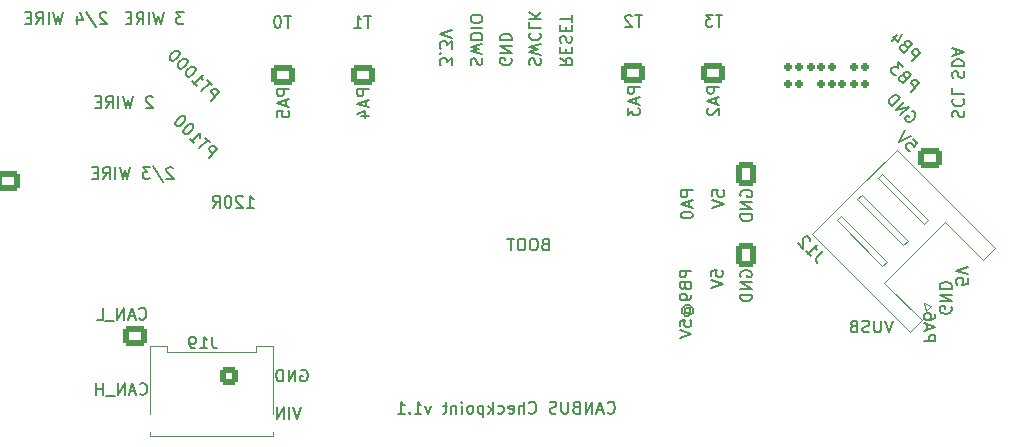
<source format=gbr>
%TF.GenerationSoftware,KiCad,Pcbnew,8.0.2-1*%
%TF.CreationDate,2024-05-26T17:37:46-04:00*%
%TF.ProjectId,checkpoint,63686563-6b70-46f6-996e-742e6b696361,v1.1*%
%TF.SameCoordinates,Original*%
%TF.FileFunction,Legend,Bot*%
%TF.FilePolarity,Positive*%
%FSLAX46Y46*%
G04 Gerber Fmt 4.6, Leading zero omitted, Abs format (unit mm)*
G04 Created by KiCad (PCBNEW 8.0.2-1) date 2024-05-26 17:37:46*
%MOMM*%
%LPD*%
G01*
G04 APERTURE LIST*
G04 Aperture macros list*
%AMRoundRect*
0 Rectangle with rounded corners*
0 $1 Rounding radius*
0 $2 $3 $4 $5 $6 $7 $8 $9 X,Y pos of 4 corners*
0 Add a 4 corners polygon primitive as box body*
4,1,4,$2,$3,$4,$5,$6,$7,$8,$9,$2,$3,0*
0 Add four circle primitives for the rounded corners*
1,1,$1+$1,$2,$3*
1,1,$1+$1,$4,$5*
1,1,$1+$1,$6,$7*
1,1,$1+$1,$8,$9*
0 Add four rect primitives between the rounded corners*
20,1,$1+$1,$2,$3,$4,$5,0*
20,1,$1+$1,$4,$5,$6,$7,0*
20,1,$1+$1,$6,$7,$8,$9,0*
20,1,$1+$1,$8,$9,$2,$3,0*%
%AMHorizOval*
0 Thick line with rounded ends*
0 $1 width*
0 $2 $3 position (X,Y) of the first rounded end (center of the circle)*
0 $4 $5 position (X,Y) of the second rounded end (center of the circle)*
0 Add line between two ends*
20,1,$1,$2,$3,$4,$5,0*
0 Add two circle primitives to create the rounded ends*
1,1,$1,$2,$3*
1,1,$1,$4,$5*%
G04 Aperture macros list end*
%ADD10C,0.200000*%
%ADD11C,0.150000*%
%ADD12C,0.120000*%
%ADD13RoundRect,0.250000X0.750000X-0.600000X0.750000X0.600000X-0.750000X0.600000X-0.750000X-0.600000X0*%
%ADD14O,2.000000X1.700000*%
%ADD15R,1.700000X1.700000*%
%ADD16O,1.700000X1.700000*%
%ADD17RoundRect,0.250000X-0.750000X0.600000X-0.750000X-0.600000X0.750000X-0.600000X0.750000X0.600000X0*%
%ADD18R,2.600000X2.600000*%
%ADD19C,2.600000*%
%ADD20RoundRect,0.250000X0.600000X0.725000X-0.600000X0.725000X-0.600000X-0.725000X0.600000X-0.725000X0*%
%ADD21O,1.700000X1.950000*%
%ADD22RoundRect,0.250000X0.725000X-0.600000X0.725000X0.600000X-0.725000X0.600000X-0.725000X-0.600000X0*%
%ADD23O,1.950000X1.700000*%
%ADD24RoundRect,0.150000X-0.150000X-0.150000X0.150000X-0.150000X0.150000X0.150000X-0.150000X0.150000X0*%
%ADD25O,1.800000X0.900000*%
%ADD26C,1.020000*%
%ADD27RoundRect,0.250001X0.499999X0.499999X-0.499999X0.499999X-0.499999X-0.499999X0.499999X-0.499999X0*%
%ADD28C,1.500000*%
%ADD29RoundRect,0.250000X0.088388X-0.936916X0.936916X-0.088388X-0.088388X0.936916X-0.936916X0.088388X0*%
%ADD30HorizOval,1.700000X-0.088388X0.088388X0.088388X-0.088388X0*%
G04 APERTURE END LIST*
D10*
X14948898Y-34101980D02*
X14996517Y-34149600D01*
X14996517Y-34149600D02*
X15139374Y-34197219D01*
X15139374Y-34197219D02*
X15234612Y-34197219D01*
X15234612Y-34197219D02*
X15377469Y-34149600D01*
X15377469Y-34149600D02*
X15472707Y-34054361D01*
X15472707Y-34054361D02*
X15520326Y-33959123D01*
X15520326Y-33959123D02*
X15567945Y-33768647D01*
X15567945Y-33768647D02*
X15567945Y-33625790D01*
X15567945Y-33625790D02*
X15520326Y-33435314D01*
X15520326Y-33435314D02*
X15472707Y-33340076D01*
X15472707Y-33340076D02*
X15377469Y-33244838D01*
X15377469Y-33244838D02*
X15234612Y-33197219D01*
X15234612Y-33197219D02*
X15139374Y-33197219D01*
X15139374Y-33197219D02*
X14996517Y-33244838D01*
X14996517Y-33244838D02*
X14948898Y-33292457D01*
X14567945Y-33911504D02*
X14091755Y-33911504D01*
X14663183Y-34197219D02*
X14329850Y-33197219D01*
X14329850Y-33197219D02*
X13996517Y-34197219D01*
X13663183Y-34197219D02*
X13663183Y-33197219D01*
X13663183Y-33197219D02*
X13091755Y-34197219D01*
X13091755Y-34197219D02*
X13091755Y-33197219D01*
X12853660Y-34292457D02*
X12091755Y-34292457D01*
X11853659Y-34197219D02*
X11853659Y-33197219D01*
X11853659Y-33673409D02*
X11282231Y-33673409D01*
X11282231Y-34197219D02*
X11282231Y-33197219D01*
X64007219Y-8129673D02*
X63007219Y-8129673D01*
X63007219Y-8129673D02*
X63007219Y-8510625D01*
X63007219Y-8510625D02*
X63054838Y-8605863D01*
X63054838Y-8605863D02*
X63102457Y-8653482D01*
X63102457Y-8653482D02*
X63197695Y-8701101D01*
X63197695Y-8701101D02*
X63340552Y-8701101D01*
X63340552Y-8701101D02*
X63435790Y-8653482D01*
X63435790Y-8653482D02*
X63483409Y-8605863D01*
X63483409Y-8605863D02*
X63531028Y-8510625D01*
X63531028Y-8510625D02*
X63531028Y-8129673D01*
X63721504Y-9082054D02*
X63721504Y-9558244D01*
X64007219Y-8986816D02*
X63007219Y-9320149D01*
X63007219Y-9320149D02*
X64007219Y-9653482D01*
X63102457Y-9939197D02*
X63054838Y-9986816D01*
X63054838Y-9986816D02*
X63007219Y-10082054D01*
X63007219Y-10082054D02*
X63007219Y-10320149D01*
X63007219Y-10320149D02*
X63054838Y-10415387D01*
X63054838Y-10415387D02*
X63102457Y-10463006D01*
X63102457Y-10463006D02*
X63197695Y-10510625D01*
X63197695Y-10510625D02*
X63292933Y-10510625D01*
X63292933Y-10510625D02*
X63435790Y-10463006D01*
X63435790Y-10463006D02*
X64007219Y-9891578D01*
X64007219Y-9891578D02*
X64007219Y-10510625D01*
X81312780Y-29660326D02*
X82312780Y-29660326D01*
X82312780Y-29660326D02*
X82312780Y-29279374D01*
X82312780Y-29279374D02*
X82265161Y-29184136D01*
X82265161Y-29184136D02*
X82217542Y-29136517D01*
X82217542Y-29136517D02*
X82122304Y-29088898D01*
X82122304Y-29088898D02*
X81979447Y-29088898D01*
X81979447Y-29088898D02*
X81884209Y-29136517D01*
X81884209Y-29136517D02*
X81836590Y-29184136D01*
X81836590Y-29184136D02*
X81788971Y-29279374D01*
X81788971Y-29279374D02*
X81788971Y-29660326D01*
X81598495Y-28707945D02*
X81598495Y-28231755D01*
X81312780Y-28803183D02*
X82312780Y-28469850D01*
X82312780Y-28469850D02*
X81312780Y-28136517D01*
X82312780Y-27374612D02*
X82312780Y-27565088D01*
X82312780Y-27565088D02*
X82265161Y-27660326D01*
X82265161Y-27660326D02*
X82217542Y-27707945D01*
X82217542Y-27707945D02*
X82074685Y-27803183D01*
X82074685Y-27803183D02*
X81884209Y-27850802D01*
X81884209Y-27850802D02*
X81503257Y-27850802D01*
X81503257Y-27850802D02*
X81408019Y-27803183D01*
X81408019Y-27803183D02*
X81360400Y-27755564D01*
X81360400Y-27755564D02*
X81312780Y-27660326D01*
X81312780Y-27660326D02*
X81312780Y-27469850D01*
X81312780Y-27469850D02*
X81360400Y-27374612D01*
X81360400Y-27374612D02*
X81408019Y-27326993D01*
X81408019Y-27326993D02*
X81503257Y-27279374D01*
X81503257Y-27279374D02*
X81741352Y-27279374D01*
X81741352Y-27279374D02*
X81836590Y-27326993D01*
X81836590Y-27326993D02*
X81884209Y-27374612D01*
X81884209Y-27374612D02*
X81931828Y-27469850D01*
X81931828Y-27469850D02*
X81931828Y-27660326D01*
X81931828Y-27660326D02*
X81884209Y-27755564D01*
X81884209Y-27755564D02*
X81836590Y-27803183D01*
X81836590Y-27803183D02*
X81741352Y-27850802D01*
X17777945Y-15002457D02*
X17730326Y-14954838D01*
X17730326Y-14954838D02*
X17635088Y-14907219D01*
X17635088Y-14907219D02*
X17396993Y-14907219D01*
X17396993Y-14907219D02*
X17301755Y-14954838D01*
X17301755Y-14954838D02*
X17254136Y-15002457D01*
X17254136Y-15002457D02*
X17206517Y-15097695D01*
X17206517Y-15097695D02*
X17206517Y-15192933D01*
X17206517Y-15192933D02*
X17254136Y-15335790D01*
X17254136Y-15335790D02*
X17825564Y-15907219D01*
X17825564Y-15907219D02*
X17206517Y-15907219D01*
X16063660Y-14859600D02*
X16920802Y-16145314D01*
X15825564Y-14907219D02*
X15206517Y-14907219D01*
X15206517Y-14907219D02*
X15539850Y-15288171D01*
X15539850Y-15288171D02*
X15396993Y-15288171D01*
X15396993Y-15288171D02*
X15301755Y-15335790D01*
X15301755Y-15335790D02*
X15254136Y-15383409D01*
X15254136Y-15383409D02*
X15206517Y-15478647D01*
X15206517Y-15478647D02*
X15206517Y-15716742D01*
X15206517Y-15716742D02*
X15254136Y-15811980D01*
X15254136Y-15811980D02*
X15301755Y-15859600D01*
X15301755Y-15859600D02*
X15396993Y-15907219D01*
X15396993Y-15907219D02*
X15682707Y-15907219D01*
X15682707Y-15907219D02*
X15777945Y-15859600D01*
X15777945Y-15859600D02*
X15825564Y-15811980D01*
X14111278Y-14907219D02*
X13873183Y-15907219D01*
X13873183Y-15907219D02*
X13682707Y-15192933D01*
X13682707Y-15192933D02*
X13492231Y-15907219D01*
X13492231Y-15907219D02*
X13254136Y-14907219D01*
X12873183Y-15907219D02*
X12873183Y-14907219D01*
X11825565Y-15907219D02*
X12158898Y-15431028D01*
X12396993Y-15907219D02*
X12396993Y-14907219D01*
X12396993Y-14907219D02*
X12016041Y-14907219D01*
X12016041Y-14907219D02*
X11920803Y-14954838D01*
X11920803Y-14954838D02*
X11873184Y-15002457D01*
X11873184Y-15002457D02*
X11825565Y-15097695D01*
X11825565Y-15097695D02*
X11825565Y-15240552D01*
X11825565Y-15240552D02*
X11873184Y-15335790D01*
X11873184Y-15335790D02*
X11920803Y-15383409D01*
X11920803Y-15383409D02*
X12016041Y-15431028D01*
X12016041Y-15431028D02*
X12396993Y-15431028D01*
X11396993Y-15383409D02*
X11063660Y-15383409D01*
X10920803Y-15907219D02*
X11396993Y-15907219D01*
X11396993Y-15907219D02*
X11396993Y-14907219D01*
X11396993Y-14907219D02*
X10920803Y-14907219D01*
X27753183Y-2107219D02*
X27181755Y-2107219D01*
X27467469Y-3107219D02*
X27467469Y-2107219D01*
X26657945Y-2107219D02*
X26562707Y-2107219D01*
X26562707Y-2107219D02*
X26467469Y-2154838D01*
X26467469Y-2154838D02*
X26419850Y-2202457D01*
X26419850Y-2202457D02*
X26372231Y-2297695D01*
X26372231Y-2297695D02*
X26324612Y-2488171D01*
X26324612Y-2488171D02*
X26324612Y-2726266D01*
X26324612Y-2726266D02*
X26372231Y-2916742D01*
X26372231Y-2916742D02*
X26419850Y-3011980D01*
X26419850Y-3011980D02*
X26467469Y-3059600D01*
X26467469Y-3059600D02*
X26562707Y-3107219D01*
X26562707Y-3107219D02*
X26657945Y-3107219D01*
X26657945Y-3107219D02*
X26753183Y-3059600D01*
X26753183Y-3059600D02*
X26800802Y-3011980D01*
X26800802Y-3011980D02*
X26848421Y-2916742D01*
X26848421Y-2916742D02*
X26896040Y-2726266D01*
X26896040Y-2726266D02*
X26896040Y-2488171D01*
X26896040Y-2488171D02*
X26848421Y-2297695D01*
X26848421Y-2297695D02*
X26800802Y-2202457D01*
X26800802Y-2202457D02*
X26753183Y-2154838D01*
X26753183Y-2154838D02*
X26657945Y-2107219D01*
X61657219Y-23669673D02*
X60657219Y-23669673D01*
X60657219Y-23669673D02*
X60657219Y-24050625D01*
X60657219Y-24050625D02*
X60704838Y-24145863D01*
X60704838Y-24145863D02*
X60752457Y-24193482D01*
X60752457Y-24193482D02*
X60847695Y-24241101D01*
X60847695Y-24241101D02*
X60990552Y-24241101D01*
X60990552Y-24241101D02*
X61085790Y-24193482D01*
X61085790Y-24193482D02*
X61133409Y-24145863D01*
X61133409Y-24145863D02*
X61181028Y-24050625D01*
X61181028Y-24050625D02*
X61181028Y-23669673D01*
X61133409Y-25003006D02*
X61181028Y-25145863D01*
X61181028Y-25145863D02*
X61228647Y-25193482D01*
X61228647Y-25193482D02*
X61323885Y-25241101D01*
X61323885Y-25241101D02*
X61466742Y-25241101D01*
X61466742Y-25241101D02*
X61561980Y-25193482D01*
X61561980Y-25193482D02*
X61609600Y-25145863D01*
X61609600Y-25145863D02*
X61657219Y-25050625D01*
X61657219Y-25050625D02*
X61657219Y-24669673D01*
X61657219Y-24669673D02*
X60657219Y-24669673D01*
X60657219Y-24669673D02*
X60657219Y-25003006D01*
X60657219Y-25003006D02*
X60704838Y-25098244D01*
X60704838Y-25098244D02*
X60752457Y-25145863D01*
X60752457Y-25145863D02*
X60847695Y-25193482D01*
X60847695Y-25193482D02*
X60942933Y-25193482D01*
X60942933Y-25193482D02*
X61038171Y-25145863D01*
X61038171Y-25145863D02*
X61085790Y-25098244D01*
X61085790Y-25098244D02*
X61133409Y-25003006D01*
X61133409Y-25003006D02*
X61133409Y-24669673D01*
X61657219Y-25717292D02*
X61657219Y-25907768D01*
X61657219Y-25907768D02*
X61609600Y-26003006D01*
X61609600Y-26003006D02*
X61561980Y-26050625D01*
X61561980Y-26050625D02*
X61419123Y-26145863D01*
X61419123Y-26145863D02*
X61228647Y-26193482D01*
X61228647Y-26193482D02*
X60847695Y-26193482D01*
X60847695Y-26193482D02*
X60752457Y-26145863D01*
X60752457Y-26145863D02*
X60704838Y-26098244D01*
X60704838Y-26098244D02*
X60657219Y-26003006D01*
X60657219Y-26003006D02*
X60657219Y-25812530D01*
X60657219Y-25812530D02*
X60704838Y-25717292D01*
X60704838Y-25717292D02*
X60752457Y-25669673D01*
X60752457Y-25669673D02*
X60847695Y-25622054D01*
X60847695Y-25622054D02*
X61085790Y-25622054D01*
X61085790Y-25622054D02*
X61181028Y-25669673D01*
X61181028Y-25669673D02*
X61228647Y-25717292D01*
X61228647Y-25717292D02*
X61276266Y-25812530D01*
X61276266Y-25812530D02*
X61276266Y-26003006D01*
X61276266Y-26003006D02*
X61228647Y-26098244D01*
X61228647Y-26098244D02*
X61181028Y-26145863D01*
X61181028Y-26145863D02*
X61085790Y-26193482D01*
X61181028Y-27241101D02*
X61133409Y-27193482D01*
X61133409Y-27193482D02*
X61085790Y-27098244D01*
X61085790Y-27098244D02*
X61085790Y-27003006D01*
X61085790Y-27003006D02*
X61133409Y-26907768D01*
X61133409Y-26907768D02*
X61181028Y-26860149D01*
X61181028Y-26860149D02*
X61276266Y-26812530D01*
X61276266Y-26812530D02*
X61371504Y-26812530D01*
X61371504Y-26812530D02*
X61466742Y-26860149D01*
X61466742Y-26860149D02*
X61514361Y-26907768D01*
X61514361Y-26907768D02*
X61561980Y-27003006D01*
X61561980Y-27003006D02*
X61561980Y-27098244D01*
X61561980Y-27098244D02*
X61514361Y-27193482D01*
X61514361Y-27193482D02*
X61466742Y-27241101D01*
X61085790Y-27241101D02*
X61466742Y-27241101D01*
X61466742Y-27241101D02*
X61514361Y-27288720D01*
X61514361Y-27288720D02*
X61514361Y-27336339D01*
X61514361Y-27336339D02*
X61466742Y-27431578D01*
X61466742Y-27431578D02*
X61371504Y-27479197D01*
X61371504Y-27479197D02*
X61133409Y-27479197D01*
X61133409Y-27479197D02*
X60990552Y-27383959D01*
X60990552Y-27383959D02*
X60895314Y-27241101D01*
X60895314Y-27241101D02*
X60847695Y-27050625D01*
X60847695Y-27050625D02*
X60895314Y-26860149D01*
X60895314Y-26860149D02*
X60990552Y-26717292D01*
X60990552Y-26717292D02*
X61133409Y-26622054D01*
X61133409Y-26622054D02*
X61323885Y-26574435D01*
X61323885Y-26574435D02*
X61514361Y-26622054D01*
X61514361Y-26622054D02*
X61657219Y-26717292D01*
X61657219Y-26717292D02*
X61752457Y-26860149D01*
X61752457Y-26860149D02*
X61800076Y-27050625D01*
X61800076Y-27050625D02*
X61752457Y-27241101D01*
X61752457Y-27241101D02*
X61657219Y-27383959D01*
X60657219Y-28383958D02*
X60657219Y-27907768D01*
X60657219Y-27907768D02*
X61133409Y-27860149D01*
X61133409Y-27860149D02*
X61085790Y-27907768D01*
X61085790Y-27907768D02*
X61038171Y-28003006D01*
X61038171Y-28003006D02*
X61038171Y-28241101D01*
X61038171Y-28241101D02*
X61085790Y-28336339D01*
X61085790Y-28336339D02*
X61133409Y-28383958D01*
X61133409Y-28383958D02*
X61228647Y-28431577D01*
X61228647Y-28431577D02*
X61466742Y-28431577D01*
X61466742Y-28431577D02*
X61561980Y-28383958D01*
X61561980Y-28383958D02*
X61609600Y-28336339D01*
X61609600Y-28336339D02*
X61657219Y-28241101D01*
X61657219Y-28241101D02*
X61657219Y-28003006D01*
X61657219Y-28003006D02*
X61609600Y-27907768D01*
X61609600Y-27907768D02*
X61561980Y-27860149D01*
X60657219Y-28717292D02*
X61657219Y-29050625D01*
X61657219Y-29050625D02*
X60657219Y-29383958D01*
X28596517Y-32104838D02*
X28691755Y-32057219D01*
X28691755Y-32057219D02*
X28834612Y-32057219D01*
X28834612Y-32057219D02*
X28977469Y-32104838D01*
X28977469Y-32104838D02*
X29072707Y-32200076D01*
X29072707Y-32200076D02*
X29120326Y-32295314D01*
X29120326Y-32295314D02*
X29167945Y-32485790D01*
X29167945Y-32485790D02*
X29167945Y-32628647D01*
X29167945Y-32628647D02*
X29120326Y-32819123D01*
X29120326Y-32819123D02*
X29072707Y-32914361D01*
X29072707Y-32914361D02*
X28977469Y-33009600D01*
X28977469Y-33009600D02*
X28834612Y-33057219D01*
X28834612Y-33057219D02*
X28739374Y-33057219D01*
X28739374Y-33057219D02*
X28596517Y-33009600D01*
X28596517Y-33009600D02*
X28548898Y-32961980D01*
X28548898Y-32961980D02*
X28548898Y-32628647D01*
X28548898Y-32628647D02*
X28739374Y-32628647D01*
X28120326Y-33057219D02*
X28120326Y-32057219D01*
X28120326Y-32057219D02*
X27548898Y-33057219D01*
X27548898Y-33057219D02*
X27548898Y-32057219D01*
X27072707Y-33057219D02*
X27072707Y-32057219D01*
X27072707Y-32057219D02*
X26834612Y-32057219D01*
X26834612Y-32057219D02*
X26691755Y-32104838D01*
X26691755Y-32104838D02*
X26596517Y-32200076D01*
X26596517Y-32200076D02*
X26548898Y-32295314D01*
X26548898Y-32295314D02*
X26501279Y-32485790D01*
X26501279Y-32485790D02*
X26501279Y-32628647D01*
X26501279Y-32628647D02*
X26548898Y-32819123D01*
X26548898Y-32819123D02*
X26596517Y-32914361D01*
X26596517Y-32914361D02*
X26691755Y-33009600D01*
X26691755Y-33009600D02*
X26834612Y-33057219D01*
X26834612Y-33057219D02*
X27072707Y-33057219D01*
X63437219Y-17365863D02*
X63437219Y-16889673D01*
X63437219Y-16889673D02*
X63913409Y-16842054D01*
X63913409Y-16842054D02*
X63865790Y-16889673D01*
X63865790Y-16889673D02*
X63818171Y-16984911D01*
X63818171Y-16984911D02*
X63818171Y-17223006D01*
X63818171Y-17223006D02*
X63865790Y-17318244D01*
X63865790Y-17318244D02*
X63913409Y-17365863D01*
X63913409Y-17365863D02*
X64008647Y-17413482D01*
X64008647Y-17413482D02*
X64246742Y-17413482D01*
X64246742Y-17413482D02*
X64341980Y-17365863D01*
X64341980Y-17365863D02*
X64389600Y-17318244D01*
X64389600Y-17318244D02*
X64437219Y-17223006D01*
X64437219Y-17223006D02*
X64437219Y-16984911D01*
X64437219Y-16984911D02*
X64389600Y-16889673D01*
X64389600Y-16889673D02*
X64341980Y-16842054D01*
X63437219Y-17699197D02*
X64437219Y-18032530D01*
X64437219Y-18032530D02*
X63437219Y-18365863D01*
X61767219Y-16879673D02*
X60767219Y-16879673D01*
X60767219Y-16879673D02*
X60767219Y-17260625D01*
X60767219Y-17260625D02*
X60814838Y-17355863D01*
X60814838Y-17355863D02*
X60862457Y-17403482D01*
X60862457Y-17403482D02*
X60957695Y-17451101D01*
X60957695Y-17451101D02*
X61100552Y-17451101D01*
X61100552Y-17451101D02*
X61195790Y-17403482D01*
X61195790Y-17403482D02*
X61243409Y-17355863D01*
X61243409Y-17355863D02*
X61291028Y-17260625D01*
X61291028Y-17260625D02*
X61291028Y-16879673D01*
X61481504Y-17832054D02*
X61481504Y-18308244D01*
X61767219Y-17736816D02*
X60767219Y-18070149D01*
X60767219Y-18070149D02*
X61767219Y-18403482D01*
X60767219Y-18927292D02*
X60767219Y-19022530D01*
X60767219Y-19022530D02*
X60814838Y-19117768D01*
X60814838Y-19117768D02*
X60862457Y-19165387D01*
X60862457Y-19165387D02*
X60957695Y-19213006D01*
X60957695Y-19213006D02*
X61148171Y-19260625D01*
X61148171Y-19260625D02*
X61386266Y-19260625D01*
X61386266Y-19260625D02*
X61576742Y-19213006D01*
X61576742Y-19213006D02*
X61671980Y-19165387D01*
X61671980Y-19165387D02*
X61719600Y-19117768D01*
X61719600Y-19117768D02*
X61767219Y-19022530D01*
X61767219Y-19022530D02*
X61767219Y-18927292D01*
X61767219Y-18927292D02*
X61719600Y-18832054D01*
X61719600Y-18832054D02*
X61671980Y-18784435D01*
X61671980Y-18784435D02*
X61576742Y-18736816D01*
X61576742Y-18736816D02*
X61386266Y-18689197D01*
X61386266Y-18689197D02*
X61148171Y-18689197D01*
X61148171Y-18689197D02*
X60957695Y-18736816D01*
X60957695Y-18736816D02*
X60862457Y-18784435D01*
X60862457Y-18784435D02*
X60814838Y-18832054D01*
X60814838Y-18832054D02*
X60767219Y-18927292D01*
X43000400Y-6257945D02*
X42952780Y-6115088D01*
X42952780Y-6115088D02*
X42952780Y-5876993D01*
X42952780Y-5876993D02*
X43000400Y-5781755D01*
X43000400Y-5781755D02*
X43048019Y-5734136D01*
X43048019Y-5734136D02*
X43143257Y-5686517D01*
X43143257Y-5686517D02*
X43238495Y-5686517D01*
X43238495Y-5686517D02*
X43333733Y-5734136D01*
X43333733Y-5734136D02*
X43381352Y-5781755D01*
X43381352Y-5781755D02*
X43428971Y-5876993D01*
X43428971Y-5876993D02*
X43476590Y-6067469D01*
X43476590Y-6067469D02*
X43524209Y-6162707D01*
X43524209Y-6162707D02*
X43571828Y-6210326D01*
X43571828Y-6210326D02*
X43667066Y-6257945D01*
X43667066Y-6257945D02*
X43762304Y-6257945D01*
X43762304Y-6257945D02*
X43857542Y-6210326D01*
X43857542Y-6210326D02*
X43905161Y-6162707D01*
X43905161Y-6162707D02*
X43952780Y-6067469D01*
X43952780Y-6067469D02*
X43952780Y-5829374D01*
X43952780Y-5829374D02*
X43905161Y-5686517D01*
X43952780Y-5353183D02*
X42952780Y-5115088D01*
X42952780Y-5115088D02*
X43667066Y-4924612D01*
X43667066Y-4924612D02*
X42952780Y-4734136D01*
X42952780Y-4734136D02*
X43952780Y-4496041D01*
X42952780Y-4115088D02*
X43952780Y-4115088D01*
X43952780Y-4115088D02*
X43952780Y-3876993D01*
X43952780Y-3876993D02*
X43905161Y-3734136D01*
X43905161Y-3734136D02*
X43809923Y-3638898D01*
X43809923Y-3638898D02*
X43714685Y-3591279D01*
X43714685Y-3591279D02*
X43524209Y-3543660D01*
X43524209Y-3543660D02*
X43381352Y-3543660D01*
X43381352Y-3543660D02*
X43190876Y-3591279D01*
X43190876Y-3591279D02*
X43095638Y-3638898D01*
X43095638Y-3638898D02*
X43000400Y-3734136D01*
X43000400Y-3734136D02*
X42952780Y-3876993D01*
X42952780Y-3876993D02*
X42952780Y-4115088D01*
X42952780Y-3115088D02*
X43952780Y-3115088D01*
X43952780Y-2448422D02*
X43952780Y-2257946D01*
X43952780Y-2257946D02*
X43905161Y-2162708D01*
X43905161Y-2162708D02*
X43809923Y-2067470D01*
X43809923Y-2067470D02*
X43619447Y-2019851D01*
X43619447Y-2019851D02*
X43286114Y-2019851D01*
X43286114Y-2019851D02*
X43095638Y-2067470D01*
X43095638Y-2067470D02*
X43000400Y-2162708D01*
X43000400Y-2162708D02*
X42952780Y-2257946D01*
X42952780Y-2257946D02*
X42952780Y-2448422D01*
X42952780Y-2448422D02*
X43000400Y-2543660D01*
X43000400Y-2543660D02*
X43095638Y-2638898D01*
X43095638Y-2638898D02*
X43286114Y-2686517D01*
X43286114Y-2686517D02*
X43619447Y-2686517D01*
X43619447Y-2686517D02*
X43809923Y-2638898D01*
X43809923Y-2638898D02*
X43905161Y-2543660D01*
X43905161Y-2543660D02*
X43952780Y-2448422D01*
X83635161Y-26756517D02*
X83682780Y-26851755D01*
X83682780Y-26851755D02*
X83682780Y-26994612D01*
X83682780Y-26994612D02*
X83635161Y-27137469D01*
X83635161Y-27137469D02*
X83539923Y-27232707D01*
X83539923Y-27232707D02*
X83444685Y-27280326D01*
X83444685Y-27280326D02*
X83254209Y-27327945D01*
X83254209Y-27327945D02*
X83111352Y-27327945D01*
X83111352Y-27327945D02*
X82920876Y-27280326D01*
X82920876Y-27280326D02*
X82825638Y-27232707D01*
X82825638Y-27232707D02*
X82730400Y-27137469D01*
X82730400Y-27137469D02*
X82682780Y-26994612D01*
X82682780Y-26994612D02*
X82682780Y-26899374D01*
X82682780Y-26899374D02*
X82730400Y-26756517D01*
X82730400Y-26756517D02*
X82778019Y-26708898D01*
X82778019Y-26708898D02*
X83111352Y-26708898D01*
X83111352Y-26708898D02*
X83111352Y-26899374D01*
X82682780Y-26280326D02*
X83682780Y-26280326D01*
X83682780Y-26280326D02*
X82682780Y-25708898D01*
X82682780Y-25708898D02*
X83682780Y-25708898D01*
X82682780Y-25232707D02*
X83682780Y-25232707D01*
X83682780Y-25232707D02*
X83682780Y-24994612D01*
X83682780Y-24994612D02*
X83635161Y-24851755D01*
X83635161Y-24851755D02*
X83539923Y-24756517D01*
X83539923Y-24756517D02*
X83444685Y-24708898D01*
X83444685Y-24708898D02*
X83254209Y-24661279D01*
X83254209Y-24661279D02*
X83111352Y-24661279D01*
X83111352Y-24661279D02*
X82920876Y-24708898D01*
X82920876Y-24708898D02*
X82825638Y-24756517D01*
X82825638Y-24756517D02*
X82730400Y-24851755D01*
X82730400Y-24851755D02*
X82682780Y-24994612D01*
X82682780Y-24994612D02*
X82682780Y-25232707D01*
X83790400Y-10697945D02*
X83742780Y-10555088D01*
X83742780Y-10555088D02*
X83742780Y-10316993D01*
X83742780Y-10316993D02*
X83790400Y-10221755D01*
X83790400Y-10221755D02*
X83838019Y-10174136D01*
X83838019Y-10174136D02*
X83933257Y-10126517D01*
X83933257Y-10126517D02*
X84028495Y-10126517D01*
X84028495Y-10126517D02*
X84123733Y-10174136D01*
X84123733Y-10174136D02*
X84171352Y-10221755D01*
X84171352Y-10221755D02*
X84218971Y-10316993D01*
X84218971Y-10316993D02*
X84266590Y-10507469D01*
X84266590Y-10507469D02*
X84314209Y-10602707D01*
X84314209Y-10602707D02*
X84361828Y-10650326D01*
X84361828Y-10650326D02*
X84457066Y-10697945D01*
X84457066Y-10697945D02*
X84552304Y-10697945D01*
X84552304Y-10697945D02*
X84647542Y-10650326D01*
X84647542Y-10650326D02*
X84695161Y-10602707D01*
X84695161Y-10602707D02*
X84742780Y-10507469D01*
X84742780Y-10507469D02*
X84742780Y-10269374D01*
X84742780Y-10269374D02*
X84695161Y-10126517D01*
X83838019Y-9126517D02*
X83790400Y-9174136D01*
X83790400Y-9174136D02*
X83742780Y-9316993D01*
X83742780Y-9316993D02*
X83742780Y-9412231D01*
X83742780Y-9412231D02*
X83790400Y-9555088D01*
X83790400Y-9555088D02*
X83885638Y-9650326D01*
X83885638Y-9650326D02*
X83980876Y-9697945D01*
X83980876Y-9697945D02*
X84171352Y-9745564D01*
X84171352Y-9745564D02*
X84314209Y-9745564D01*
X84314209Y-9745564D02*
X84504685Y-9697945D01*
X84504685Y-9697945D02*
X84599923Y-9650326D01*
X84599923Y-9650326D02*
X84695161Y-9555088D01*
X84695161Y-9555088D02*
X84742780Y-9412231D01*
X84742780Y-9412231D02*
X84742780Y-9316993D01*
X84742780Y-9316993D02*
X84695161Y-9174136D01*
X84695161Y-9174136D02*
X84647542Y-9126517D01*
X83742780Y-8221755D02*
X83742780Y-8697945D01*
X83742780Y-8697945D02*
X84742780Y-8697945D01*
X80355537Y-10160886D02*
X80456552Y-10194558D01*
X80456552Y-10194558D02*
X80557568Y-10295573D01*
X80557568Y-10295573D02*
X80624911Y-10430260D01*
X80624911Y-10430260D02*
X80624911Y-10564947D01*
X80624911Y-10564947D02*
X80591239Y-10665963D01*
X80591239Y-10665963D02*
X80490224Y-10834321D01*
X80490224Y-10834321D02*
X80389209Y-10935337D01*
X80389209Y-10935337D02*
X80220850Y-11036352D01*
X80220850Y-11036352D02*
X80119835Y-11070024D01*
X80119835Y-11070024D02*
X79985148Y-11070024D01*
X79985148Y-11070024D02*
X79850461Y-11002680D01*
X79850461Y-11002680D02*
X79783117Y-10935337D01*
X79783117Y-10935337D02*
X79715774Y-10800650D01*
X79715774Y-10800650D02*
X79715774Y-10733306D01*
X79715774Y-10733306D02*
X79951476Y-10497604D01*
X79951476Y-10497604D02*
X80086163Y-10632291D01*
X79345385Y-10497604D02*
X80052491Y-9790497D01*
X80052491Y-9790497D02*
X78941324Y-10093543D01*
X78941324Y-10093543D02*
X79648430Y-9386436D01*
X78604606Y-9756825D02*
X79311713Y-9049719D01*
X79311713Y-9049719D02*
X79143354Y-8881360D01*
X79143354Y-8881360D02*
X79008667Y-8814016D01*
X79008667Y-8814016D02*
X78873980Y-8814016D01*
X78873980Y-8814016D02*
X78772965Y-8847688D01*
X78772965Y-8847688D02*
X78604606Y-8948703D01*
X78604606Y-8948703D02*
X78503591Y-9049719D01*
X78503591Y-9049719D02*
X78402576Y-9218077D01*
X78402576Y-9218077D02*
X78368904Y-9319093D01*
X78368904Y-9319093D02*
X78368904Y-9453780D01*
X78368904Y-9453780D02*
X78436247Y-9588467D01*
X78436247Y-9588467D02*
X78604606Y-9756825D01*
X85052780Y-24334136D02*
X85052780Y-24810326D01*
X85052780Y-24810326D02*
X84576590Y-24857945D01*
X84576590Y-24857945D02*
X84624209Y-24810326D01*
X84624209Y-24810326D02*
X84671828Y-24715088D01*
X84671828Y-24715088D02*
X84671828Y-24476993D01*
X84671828Y-24476993D02*
X84624209Y-24381755D01*
X84624209Y-24381755D02*
X84576590Y-24334136D01*
X84576590Y-24334136D02*
X84481352Y-24286517D01*
X84481352Y-24286517D02*
X84243257Y-24286517D01*
X84243257Y-24286517D02*
X84148019Y-24334136D01*
X84148019Y-24334136D02*
X84100400Y-24381755D01*
X84100400Y-24381755D02*
X84052780Y-24476993D01*
X84052780Y-24476993D02*
X84052780Y-24715088D01*
X84052780Y-24715088D02*
X84100400Y-24810326D01*
X84100400Y-24810326D02*
X84148019Y-24857945D01*
X85052780Y-24000802D02*
X84052780Y-23667469D01*
X84052780Y-23667469D02*
X85052780Y-23334136D01*
X34533183Y-2097219D02*
X33961755Y-2097219D01*
X34247469Y-3097219D02*
X34247469Y-2097219D01*
X33104612Y-3097219D02*
X33676040Y-3097219D01*
X33390326Y-3097219D02*
X33390326Y-2097219D01*
X33390326Y-2097219D02*
X33485564Y-2240076D01*
X33485564Y-2240076D02*
X33580802Y-2335314D01*
X33580802Y-2335314D02*
X33676040Y-2382933D01*
X24036517Y-18347219D02*
X24607945Y-18347219D01*
X24322231Y-18347219D02*
X24322231Y-17347219D01*
X24322231Y-17347219D02*
X24417469Y-17490076D01*
X24417469Y-17490076D02*
X24512707Y-17585314D01*
X24512707Y-17585314D02*
X24607945Y-17632933D01*
X23655564Y-17442457D02*
X23607945Y-17394838D01*
X23607945Y-17394838D02*
X23512707Y-17347219D01*
X23512707Y-17347219D02*
X23274612Y-17347219D01*
X23274612Y-17347219D02*
X23179374Y-17394838D01*
X23179374Y-17394838D02*
X23131755Y-17442457D01*
X23131755Y-17442457D02*
X23084136Y-17537695D01*
X23084136Y-17537695D02*
X23084136Y-17632933D01*
X23084136Y-17632933D02*
X23131755Y-17775790D01*
X23131755Y-17775790D02*
X23703183Y-18347219D01*
X23703183Y-18347219D02*
X23084136Y-18347219D01*
X22465088Y-17347219D02*
X22369850Y-17347219D01*
X22369850Y-17347219D02*
X22274612Y-17394838D01*
X22274612Y-17394838D02*
X22226993Y-17442457D01*
X22226993Y-17442457D02*
X22179374Y-17537695D01*
X22179374Y-17537695D02*
X22131755Y-17728171D01*
X22131755Y-17728171D02*
X22131755Y-17966266D01*
X22131755Y-17966266D02*
X22179374Y-18156742D01*
X22179374Y-18156742D02*
X22226993Y-18251980D01*
X22226993Y-18251980D02*
X22274612Y-18299600D01*
X22274612Y-18299600D02*
X22369850Y-18347219D01*
X22369850Y-18347219D02*
X22465088Y-18347219D01*
X22465088Y-18347219D02*
X22560326Y-18299600D01*
X22560326Y-18299600D02*
X22607945Y-18251980D01*
X22607945Y-18251980D02*
X22655564Y-18156742D01*
X22655564Y-18156742D02*
X22703183Y-17966266D01*
X22703183Y-17966266D02*
X22703183Y-17728171D01*
X22703183Y-17728171D02*
X22655564Y-17537695D01*
X22655564Y-17537695D02*
X22607945Y-17442457D01*
X22607945Y-17442457D02*
X22560326Y-17394838D01*
X22560326Y-17394838D02*
X22465088Y-17347219D01*
X21131755Y-18347219D02*
X21465088Y-17871028D01*
X21703183Y-18347219D02*
X21703183Y-17347219D01*
X21703183Y-17347219D02*
X21322231Y-17347219D01*
X21322231Y-17347219D02*
X21226993Y-17394838D01*
X21226993Y-17394838D02*
X21179374Y-17442457D01*
X21179374Y-17442457D02*
X21131755Y-17537695D01*
X21131755Y-17537695D02*
X21131755Y-17680552D01*
X21131755Y-17680552D02*
X21179374Y-17775790D01*
X21179374Y-17775790D02*
X21226993Y-17823409D01*
X21226993Y-17823409D02*
X21322231Y-17871028D01*
X21322231Y-17871028D02*
X21703183Y-17871028D01*
X12127945Y-1892457D02*
X12080326Y-1844838D01*
X12080326Y-1844838D02*
X11985088Y-1797219D01*
X11985088Y-1797219D02*
X11746993Y-1797219D01*
X11746993Y-1797219D02*
X11651755Y-1844838D01*
X11651755Y-1844838D02*
X11604136Y-1892457D01*
X11604136Y-1892457D02*
X11556517Y-1987695D01*
X11556517Y-1987695D02*
X11556517Y-2082933D01*
X11556517Y-2082933D02*
X11604136Y-2225790D01*
X11604136Y-2225790D02*
X12175564Y-2797219D01*
X12175564Y-2797219D02*
X11556517Y-2797219D01*
X10413660Y-1749600D02*
X11270802Y-3035314D01*
X9651755Y-2130552D02*
X9651755Y-2797219D01*
X9889850Y-1749600D02*
X10127945Y-2463885D01*
X10127945Y-2463885D02*
X9508898Y-2463885D01*
X8461278Y-1797219D02*
X8223183Y-2797219D01*
X8223183Y-2797219D02*
X8032707Y-2082933D01*
X8032707Y-2082933D02*
X7842231Y-2797219D01*
X7842231Y-2797219D02*
X7604136Y-1797219D01*
X7223183Y-2797219D02*
X7223183Y-1797219D01*
X6175565Y-2797219D02*
X6508898Y-2321028D01*
X6746993Y-2797219D02*
X6746993Y-1797219D01*
X6746993Y-1797219D02*
X6366041Y-1797219D01*
X6366041Y-1797219D02*
X6270803Y-1844838D01*
X6270803Y-1844838D02*
X6223184Y-1892457D01*
X6223184Y-1892457D02*
X6175565Y-1987695D01*
X6175565Y-1987695D02*
X6175565Y-2130552D01*
X6175565Y-2130552D02*
X6223184Y-2225790D01*
X6223184Y-2225790D02*
X6270803Y-2273409D01*
X6270803Y-2273409D02*
X6366041Y-2321028D01*
X6366041Y-2321028D02*
X6746993Y-2321028D01*
X5746993Y-2273409D02*
X5413660Y-2273409D01*
X5270803Y-2797219D02*
X5746993Y-2797219D01*
X5746993Y-2797219D02*
X5746993Y-1797219D01*
X5746993Y-1797219D02*
X5270803Y-1797219D01*
X41352780Y-6305564D02*
X41352780Y-5686517D01*
X41352780Y-5686517D02*
X40971828Y-6019850D01*
X40971828Y-6019850D02*
X40971828Y-5876993D01*
X40971828Y-5876993D02*
X40924209Y-5781755D01*
X40924209Y-5781755D02*
X40876590Y-5734136D01*
X40876590Y-5734136D02*
X40781352Y-5686517D01*
X40781352Y-5686517D02*
X40543257Y-5686517D01*
X40543257Y-5686517D02*
X40448019Y-5734136D01*
X40448019Y-5734136D02*
X40400400Y-5781755D01*
X40400400Y-5781755D02*
X40352780Y-5876993D01*
X40352780Y-5876993D02*
X40352780Y-6162707D01*
X40352780Y-6162707D02*
X40400400Y-6257945D01*
X40400400Y-6257945D02*
X40448019Y-6305564D01*
X40448019Y-5257945D02*
X40400400Y-5210326D01*
X40400400Y-5210326D02*
X40352780Y-5257945D01*
X40352780Y-5257945D02*
X40400400Y-5305564D01*
X40400400Y-5305564D02*
X40448019Y-5257945D01*
X40448019Y-5257945D02*
X40352780Y-5257945D01*
X41352780Y-4876993D02*
X41352780Y-4257946D01*
X41352780Y-4257946D02*
X40971828Y-4591279D01*
X40971828Y-4591279D02*
X40971828Y-4448422D01*
X40971828Y-4448422D02*
X40924209Y-4353184D01*
X40924209Y-4353184D02*
X40876590Y-4305565D01*
X40876590Y-4305565D02*
X40781352Y-4257946D01*
X40781352Y-4257946D02*
X40543257Y-4257946D01*
X40543257Y-4257946D02*
X40448019Y-4305565D01*
X40448019Y-4305565D02*
X40400400Y-4353184D01*
X40400400Y-4353184D02*
X40352780Y-4448422D01*
X40352780Y-4448422D02*
X40352780Y-4734136D01*
X40352780Y-4734136D02*
X40400400Y-4829374D01*
X40400400Y-4829374D02*
X40448019Y-4876993D01*
X41352780Y-3972231D02*
X40352780Y-3638898D01*
X40352780Y-3638898D02*
X41352780Y-3305565D01*
X28613183Y-35217219D02*
X28279850Y-36217219D01*
X28279850Y-36217219D02*
X27946517Y-35217219D01*
X27613183Y-36217219D02*
X27613183Y-35217219D01*
X27136993Y-36217219D02*
X27136993Y-35217219D01*
X27136993Y-35217219D02*
X26565565Y-36217219D01*
X26565565Y-36217219D02*
X26565565Y-35217219D01*
X65854838Y-17393482D02*
X65807219Y-17298244D01*
X65807219Y-17298244D02*
X65807219Y-17155387D01*
X65807219Y-17155387D02*
X65854838Y-17012530D01*
X65854838Y-17012530D02*
X65950076Y-16917292D01*
X65950076Y-16917292D02*
X66045314Y-16869673D01*
X66045314Y-16869673D02*
X66235790Y-16822054D01*
X66235790Y-16822054D02*
X66378647Y-16822054D01*
X66378647Y-16822054D02*
X66569123Y-16869673D01*
X66569123Y-16869673D02*
X66664361Y-16917292D01*
X66664361Y-16917292D02*
X66759600Y-17012530D01*
X66759600Y-17012530D02*
X66807219Y-17155387D01*
X66807219Y-17155387D02*
X66807219Y-17250625D01*
X66807219Y-17250625D02*
X66759600Y-17393482D01*
X66759600Y-17393482D02*
X66711980Y-17441101D01*
X66711980Y-17441101D02*
X66378647Y-17441101D01*
X66378647Y-17441101D02*
X66378647Y-17250625D01*
X66807219Y-17869673D02*
X65807219Y-17869673D01*
X65807219Y-17869673D02*
X66807219Y-18441101D01*
X66807219Y-18441101D02*
X65807219Y-18441101D01*
X66807219Y-18917292D02*
X65807219Y-18917292D01*
X65807219Y-18917292D02*
X65807219Y-19155387D01*
X65807219Y-19155387D02*
X65854838Y-19298244D01*
X65854838Y-19298244D02*
X65950076Y-19393482D01*
X65950076Y-19393482D02*
X66045314Y-19441101D01*
X66045314Y-19441101D02*
X66235790Y-19488720D01*
X66235790Y-19488720D02*
X66378647Y-19488720D01*
X66378647Y-19488720D02*
X66569123Y-19441101D01*
X66569123Y-19441101D02*
X66664361Y-19393482D01*
X66664361Y-19393482D02*
X66759600Y-19298244D01*
X66759600Y-19298244D02*
X66807219Y-19155387D01*
X66807219Y-19155387D02*
X66807219Y-18917292D01*
X57463183Y-2037219D02*
X56891755Y-2037219D01*
X57177469Y-3037219D02*
X57177469Y-2037219D01*
X56606040Y-2132457D02*
X56558421Y-2084838D01*
X56558421Y-2084838D02*
X56463183Y-2037219D01*
X56463183Y-2037219D02*
X56225088Y-2037219D01*
X56225088Y-2037219D02*
X56129850Y-2084838D01*
X56129850Y-2084838D02*
X56082231Y-2132457D01*
X56082231Y-2132457D02*
X56034612Y-2227695D01*
X56034612Y-2227695D02*
X56034612Y-2322933D01*
X56034612Y-2322933D02*
X56082231Y-2465790D01*
X56082231Y-2465790D02*
X56653659Y-3037219D01*
X56653659Y-3037219D02*
X56034612Y-3037219D01*
X80442881Y-12510886D02*
X80779598Y-12847604D01*
X80779598Y-12847604D02*
X80476552Y-13217993D01*
X80476552Y-13217993D02*
X80476552Y-13150650D01*
X80476552Y-13150650D02*
X80442881Y-13049634D01*
X80442881Y-13049634D02*
X80274522Y-12881276D01*
X80274522Y-12881276D02*
X80173507Y-12847604D01*
X80173507Y-12847604D02*
X80106163Y-12847604D01*
X80106163Y-12847604D02*
X80005148Y-12881276D01*
X80005148Y-12881276D02*
X79836789Y-13049634D01*
X79836789Y-13049634D02*
X79803117Y-13150650D01*
X79803117Y-13150650D02*
X79803117Y-13217993D01*
X79803117Y-13217993D02*
X79836789Y-13319008D01*
X79836789Y-13319008D02*
X80005148Y-13487367D01*
X80005148Y-13487367D02*
X80106163Y-13521039D01*
X80106163Y-13521039D02*
X80173507Y-13521039D01*
X80207178Y-12275184D02*
X79264369Y-12746589D01*
X79264369Y-12746589D02*
X79735774Y-11803780D01*
X46385161Y-5716517D02*
X46432780Y-5811755D01*
X46432780Y-5811755D02*
X46432780Y-5954612D01*
X46432780Y-5954612D02*
X46385161Y-6097469D01*
X46385161Y-6097469D02*
X46289923Y-6192707D01*
X46289923Y-6192707D02*
X46194685Y-6240326D01*
X46194685Y-6240326D02*
X46004209Y-6287945D01*
X46004209Y-6287945D02*
X45861352Y-6287945D01*
X45861352Y-6287945D02*
X45670876Y-6240326D01*
X45670876Y-6240326D02*
X45575638Y-6192707D01*
X45575638Y-6192707D02*
X45480400Y-6097469D01*
X45480400Y-6097469D02*
X45432780Y-5954612D01*
X45432780Y-5954612D02*
X45432780Y-5859374D01*
X45432780Y-5859374D02*
X45480400Y-5716517D01*
X45480400Y-5716517D02*
X45528019Y-5668898D01*
X45528019Y-5668898D02*
X45861352Y-5668898D01*
X45861352Y-5668898D02*
X45861352Y-5859374D01*
X45432780Y-5240326D02*
X46432780Y-5240326D01*
X46432780Y-5240326D02*
X45432780Y-4668898D01*
X45432780Y-4668898D02*
X46432780Y-4668898D01*
X45432780Y-4192707D02*
X46432780Y-4192707D01*
X46432780Y-4192707D02*
X46432780Y-3954612D01*
X46432780Y-3954612D02*
X46385161Y-3811755D01*
X46385161Y-3811755D02*
X46289923Y-3716517D01*
X46289923Y-3716517D02*
X46194685Y-3668898D01*
X46194685Y-3668898D02*
X46004209Y-3621279D01*
X46004209Y-3621279D02*
X45861352Y-3621279D01*
X45861352Y-3621279D02*
X45670876Y-3668898D01*
X45670876Y-3668898D02*
X45575638Y-3716517D01*
X45575638Y-3716517D02*
X45480400Y-3811755D01*
X45480400Y-3811755D02*
X45432780Y-3954612D01*
X45432780Y-3954612D02*
X45432780Y-4192707D01*
X57267219Y-8139673D02*
X56267219Y-8139673D01*
X56267219Y-8139673D02*
X56267219Y-8520625D01*
X56267219Y-8520625D02*
X56314838Y-8615863D01*
X56314838Y-8615863D02*
X56362457Y-8663482D01*
X56362457Y-8663482D02*
X56457695Y-8711101D01*
X56457695Y-8711101D02*
X56600552Y-8711101D01*
X56600552Y-8711101D02*
X56695790Y-8663482D01*
X56695790Y-8663482D02*
X56743409Y-8615863D01*
X56743409Y-8615863D02*
X56791028Y-8520625D01*
X56791028Y-8520625D02*
X56791028Y-8139673D01*
X56981504Y-9092054D02*
X56981504Y-9568244D01*
X57267219Y-8996816D02*
X56267219Y-9330149D01*
X56267219Y-9330149D02*
X57267219Y-9663482D01*
X56267219Y-9901578D02*
X56267219Y-10520625D01*
X56267219Y-10520625D02*
X56648171Y-10187292D01*
X56648171Y-10187292D02*
X56648171Y-10330149D01*
X56648171Y-10330149D02*
X56695790Y-10425387D01*
X56695790Y-10425387D02*
X56743409Y-10473006D01*
X56743409Y-10473006D02*
X56838647Y-10520625D01*
X56838647Y-10520625D02*
X57076742Y-10520625D01*
X57076742Y-10520625D02*
X57171980Y-10473006D01*
X57171980Y-10473006D02*
X57219600Y-10425387D01*
X57219600Y-10425387D02*
X57267219Y-10330149D01*
X57267219Y-10330149D02*
X57267219Y-10044435D01*
X57267219Y-10044435D02*
X57219600Y-9949197D01*
X57219600Y-9949197D02*
X57171980Y-9901578D01*
X49266993Y-21443409D02*
X49124136Y-21491028D01*
X49124136Y-21491028D02*
X49076517Y-21538647D01*
X49076517Y-21538647D02*
X49028898Y-21633885D01*
X49028898Y-21633885D02*
X49028898Y-21776742D01*
X49028898Y-21776742D02*
X49076517Y-21871980D01*
X49076517Y-21871980D02*
X49124136Y-21919600D01*
X49124136Y-21919600D02*
X49219374Y-21967219D01*
X49219374Y-21967219D02*
X49600326Y-21967219D01*
X49600326Y-21967219D02*
X49600326Y-20967219D01*
X49600326Y-20967219D02*
X49266993Y-20967219D01*
X49266993Y-20967219D02*
X49171755Y-21014838D01*
X49171755Y-21014838D02*
X49124136Y-21062457D01*
X49124136Y-21062457D02*
X49076517Y-21157695D01*
X49076517Y-21157695D02*
X49076517Y-21252933D01*
X49076517Y-21252933D02*
X49124136Y-21348171D01*
X49124136Y-21348171D02*
X49171755Y-21395790D01*
X49171755Y-21395790D02*
X49266993Y-21443409D01*
X49266993Y-21443409D02*
X49600326Y-21443409D01*
X48409850Y-20967219D02*
X48219374Y-20967219D01*
X48219374Y-20967219D02*
X48124136Y-21014838D01*
X48124136Y-21014838D02*
X48028898Y-21110076D01*
X48028898Y-21110076D02*
X47981279Y-21300552D01*
X47981279Y-21300552D02*
X47981279Y-21633885D01*
X47981279Y-21633885D02*
X48028898Y-21824361D01*
X48028898Y-21824361D02*
X48124136Y-21919600D01*
X48124136Y-21919600D02*
X48219374Y-21967219D01*
X48219374Y-21967219D02*
X48409850Y-21967219D01*
X48409850Y-21967219D02*
X48505088Y-21919600D01*
X48505088Y-21919600D02*
X48600326Y-21824361D01*
X48600326Y-21824361D02*
X48647945Y-21633885D01*
X48647945Y-21633885D02*
X48647945Y-21300552D01*
X48647945Y-21300552D02*
X48600326Y-21110076D01*
X48600326Y-21110076D02*
X48505088Y-21014838D01*
X48505088Y-21014838D02*
X48409850Y-20967219D01*
X47362231Y-20967219D02*
X47171755Y-20967219D01*
X47171755Y-20967219D02*
X47076517Y-21014838D01*
X47076517Y-21014838D02*
X46981279Y-21110076D01*
X46981279Y-21110076D02*
X46933660Y-21300552D01*
X46933660Y-21300552D02*
X46933660Y-21633885D01*
X46933660Y-21633885D02*
X46981279Y-21824361D01*
X46981279Y-21824361D02*
X47076517Y-21919600D01*
X47076517Y-21919600D02*
X47171755Y-21967219D01*
X47171755Y-21967219D02*
X47362231Y-21967219D01*
X47362231Y-21967219D02*
X47457469Y-21919600D01*
X47457469Y-21919600D02*
X47552707Y-21824361D01*
X47552707Y-21824361D02*
X47600326Y-21633885D01*
X47600326Y-21633885D02*
X47600326Y-21300552D01*
X47600326Y-21300552D02*
X47552707Y-21110076D01*
X47552707Y-21110076D02*
X47457469Y-21014838D01*
X47457469Y-21014838D02*
X47362231Y-20967219D01*
X46647945Y-20967219D02*
X46076517Y-20967219D01*
X46362231Y-21967219D02*
X46362231Y-20967219D01*
X47970400Y-6287945D02*
X47922780Y-6145088D01*
X47922780Y-6145088D02*
X47922780Y-5906993D01*
X47922780Y-5906993D02*
X47970400Y-5811755D01*
X47970400Y-5811755D02*
X48018019Y-5764136D01*
X48018019Y-5764136D02*
X48113257Y-5716517D01*
X48113257Y-5716517D02*
X48208495Y-5716517D01*
X48208495Y-5716517D02*
X48303733Y-5764136D01*
X48303733Y-5764136D02*
X48351352Y-5811755D01*
X48351352Y-5811755D02*
X48398971Y-5906993D01*
X48398971Y-5906993D02*
X48446590Y-6097469D01*
X48446590Y-6097469D02*
X48494209Y-6192707D01*
X48494209Y-6192707D02*
X48541828Y-6240326D01*
X48541828Y-6240326D02*
X48637066Y-6287945D01*
X48637066Y-6287945D02*
X48732304Y-6287945D01*
X48732304Y-6287945D02*
X48827542Y-6240326D01*
X48827542Y-6240326D02*
X48875161Y-6192707D01*
X48875161Y-6192707D02*
X48922780Y-6097469D01*
X48922780Y-6097469D02*
X48922780Y-5859374D01*
X48922780Y-5859374D02*
X48875161Y-5716517D01*
X48922780Y-5383183D02*
X47922780Y-5145088D01*
X47922780Y-5145088D02*
X48637066Y-4954612D01*
X48637066Y-4954612D02*
X47922780Y-4764136D01*
X47922780Y-4764136D02*
X48922780Y-4526041D01*
X48018019Y-3573660D02*
X47970400Y-3621279D01*
X47970400Y-3621279D02*
X47922780Y-3764136D01*
X47922780Y-3764136D02*
X47922780Y-3859374D01*
X47922780Y-3859374D02*
X47970400Y-4002231D01*
X47970400Y-4002231D02*
X48065638Y-4097469D01*
X48065638Y-4097469D02*
X48160876Y-4145088D01*
X48160876Y-4145088D02*
X48351352Y-4192707D01*
X48351352Y-4192707D02*
X48494209Y-4192707D01*
X48494209Y-4192707D02*
X48684685Y-4145088D01*
X48684685Y-4145088D02*
X48779923Y-4097469D01*
X48779923Y-4097469D02*
X48875161Y-4002231D01*
X48875161Y-4002231D02*
X48922780Y-3859374D01*
X48922780Y-3859374D02*
X48922780Y-3764136D01*
X48922780Y-3764136D02*
X48875161Y-3621279D01*
X48875161Y-3621279D02*
X48827542Y-3573660D01*
X47922780Y-2668898D02*
X47922780Y-3145088D01*
X47922780Y-3145088D02*
X48922780Y-3145088D01*
X47922780Y-2335564D02*
X48922780Y-2335564D01*
X47922780Y-1764136D02*
X48494209Y-2192707D01*
X48922780Y-1764136D02*
X48351352Y-2335564D01*
X65814838Y-24193482D02*
X65767219Y-24098244D01*
X65767219Y-24098244D02*
X65767219Y-23955387D01*
X65767219Y-23955387D02*
X65814838Y-23812530D01*
X65814838Y-23812530D02*
X65910076Y-23717292D01*
X65910076Y-23717292D02*
X66005314Y-23669673D01*
X66005314Y-23669673D02*
X66195790Y-23622054D01*
X66195790Y-23622054D02*
X66338647Y-23622054D01*
X66338647Y-23622054D02*
X66529123Y-23669673D01*
X66529123Y-23669673D02*
X66624361Y-23717292D01*
X66624361Y-23717292D02*
X66719600Y-23812530D01*
X66719600Y-23812530D02*
X66767219Y-23955387D01*
X66767219Y-23955387D02*
X66767219Y-24050625D01*
X66767219Y-24050625D02*
X66719600Y-24193482D01*
X66719600Y-24193482D02*
X66671980Y-24241101D01*
X66671980Y-24241101D02*
X66338647Y-24241101D01*
X66338647Y-24241101D02*
X66338647Y-24050625D01*
X66767219Y-24669673D02*
X65767219Y-24669673D01*
X65767219Y-24669673D02*
X66767219Y-25241101D01*
X66767219Y-25241101D02*
X65767219Y-25241101D01*
X66767219Y-25717292D02*
X65767219Y-25717292D01*
X65767219Y-25717292D02*
X65767219Y-25955387D01*
X65767219Y-25955387D02*
X65814838Y-26098244D01*
X65814838Y-26098244D02*
X65910076Y-26193482D01*
X65910076Y-26193482D02*
X66005314Y-26241101D01*
X66005314Y-26241101D02*
X66195790Y-26288720D01*
X66195790Y-26288720D02*
X66338647Y-26288720D01*
X66338647Y-26288720D02*
X66529123Y-26241101D01*
X66529123Y-26241101D02*
X66624361Y-26193482D01*
X66624361Y-26193482D02*
X66719600Y-26098244D01*
X66719600Y-26098244D02*
X66767219Y-25955387D01*
X66767219Y-25955387D02*
X66767219Y-25717292D01*
X20792491Y-14124711D02*
X21499598Y-13417604D01*
X21499598Y-13417604D02*
X21230224Y-13148230D01*
X21230224Y-13148230D02*
X21129209Y-13114558D01*
X21129209Y-13114558D02*
X21061865Y-13114558D01*
X21061865Y-13114558D02*
X20960850Y-13148230D01*
X20960850Y-13148230D02*
X20859835Y-13249245D01*
X20859835Y-13249245D02*
X20826163Y-13350260D01*
X20826163Y-13350260D02*
X20826163Y-13417604D01*
X20826163Y-13417604D02*
X20859835Y-13518619D01*
X20859835Y-13518619D02*
X21129209Y-13787993D01*
X20893507Y-12811512D02*
X20489446Y-12407451D01*
X19984369Y-13316589D02*
X20691476Y-12609482D01*
X19176247Y-12508466D02*
X19580308Y-12912528D01*
X19378278Y-12710497D02*
X20085384Y-12003390D01*
X20085384Y-12003390D02*
X20051713Y-12171749D01*
X20051713Y-12171749D02*
X20051713Y-12306436D01*
X20051713Y-12306436D02*
X20085384Y-12407451D01*
X19445621Y-11363627D02*
X19378278Y-11296283D01*
X19378278Y-11296283D02*
X19277262Y-11262612D01*
X19277262Y-11262612D02*
X19209919Y-11262612D01*
X19209919Y-11262612D02*
X19108904Y-11296283D01*
X19108904Y-11296283D02*
X18940545Y-11397299D01*
X18940545Y-11397299D02*
X18772186Y-11565657D01*
X18772186Y-11565657D02*
X18671171Y-11734016D01*
X18671171Y-11734016D02*
X18637499Y-11835031D01*
X18637499Y-11835031D02*
X18637499Y-11902375D01*
X18637499Y-11902375D02*
X18671171Y-12003390D01*
X18671171Y-12003390D02*
X18738514Y-12070734D01*
X18738514Y-12070734D02*
X18839530Y-12104405D01*
X18839530Y-12104405D02*
X18906873Y-12104405D01*
X18906873Y-12104405D02*
X19007888Y-12070734D01*
X19007888Y-12070734D02*
X19176247Y-11969718D01*
X19176247Y-11969718D02*
X19344606Y-11801360D01*
X19344606Y-11801360D02*
X19445621Y-11633001D01*
X19445621Y-11633001D02*
X19479293Y-11531986D01*
X19479293Y-11531986D02*
X19479293Y-11464642D01*
X19479293Y-11464642D02*
X19445621Y-11363627D01*
X18772186Y-10690192D02*
X18704843Y-10622848D01*
X18704843Y-10622848D02*
X18603827Y-10589177D01*
X18603827Y-10589177D02*
X18536484Y-10589177D01*
X18536484Y-10589177D02*
X18435469Y-10622848D01*
X18435469Y-10622848D02*
X18267110Y-10723864D01*
X18267110Y-10723864D02*
X18098751Y-10892222D01*
X18098751Y-10892222D02*
X17997736Y-11060581D01*
X17997736Y-11060581D02*
X17964064Y-11161596D01*
X17964064Y-11161596D02*
X17964064Y-11228940D01*
X17964064Y-11228940D02*
X17997736Y-11329955D01*
X17997736Y-11329955D02*
X18065079Y-11397299D01*
X18065079Y-11397299D02*
X18166095Y-11430970D01*
X18166095Y-11430970D02*
X18233438Y-11430970D01*
X18233438Y-11430970D02*
X18334453Y-11397299D01*
X18334453Y-11397299D02*
X18502812Y-11296283D01*
X18502812Y-11296283D02*
X18671171Y-11127925D01*
X18671171Y-11127925D02*
X18772186Y-10959566D01*
X18772186Y-10959566D02*
X18805858Y-10858551D01*
X18805858Y-10858551D02*
X18805858Y-10791207D01*
X18805858Y-10791207D02*
X18772186Y-10690192D01*
X80242491Y-8524711D02*
X80949598Y-7817604D01*
X80949598Y-7817604D02*
X80680224Y-7548230D01*
X80680224Y-7548230D02*
X80579209Y-7514558D01*
X80579209Y-7514558D02*
X80511865Y-7514558D01*
X80511865Y-7514558D02*
X80410850Y-7548230D01*
X80410850Y-7548230D02*
X80309835Y-7649245D01*
X80309835Y-7649245D02*
X80276163Y-7750260D01*
X80276163Y-7750260D02*
X80276163Y-7817604D01*
X80276163Y-7817604D02*
X80309835Y-7918619D01*
X80309835Y-7918619D02*
X80579209Y-8187993D01*
X79670072Y-7211512D02*
X79535385Y-7144169D01*
X79535385Y-7144169D02*
X79468041Y-7144169D01*
X79468041Y-7144169D02*
X79367026Y-7177841D01*
X79367026Y-7177841D02*
X79266011Y-7278856D01*
X79266011Y-7278856D02*
X79232339Y-7379871D01*
X79232339Y-7379871D02*
X79232339Y-7447215D01*
X79232339Y-7447215D02*
X79266011Y-7548230D01*
X79266011Y-7548230D02*
X79535385Y-7817604D01*
X79535385Y-7817604D02*
X80242491Y-7110497D01*
X80242491Y-7110497D02*
X80006789Y-6874795D01*
X80006789Y-6874795D02*
X79905774Y-6841123D01*
X79905774Y-6841123D02*
X79838430Y-6841123D01*
X79838430Y-6841123D02*
X79737415Y-6874795D01*
X79737415Y-6874795D02*
X79670072Y-6942138D01*
X79670072Y-6942138D02*
X79636400Y-7043154D01*
X79636400Y-7043154D02*
X79636400Y-7110497D01*
X79636400Y-7110497D02*
X79670072Y-7211512D01*
X79670072Y-7211512D02*
X79905774Y-7447215D01*
X79602728Y-6470734D02*
X79164995Y-6033001D01*
X79164995Y-6033001D02*
X79131324Y-6538077D01*
X79131324Y-6538077D02*
X79030308Y-6437062D01*
X79030308Y-6437062D02*
X78929293Y-6403390D01*
X78929293Y-6403390D02*
X78861950Y-6403390D01*
X78861950Y-6403390D02*
X78760934Y-6437062D01*
X78760934Y-6437062D02*
X78592576Y-6605421D01*
X78592576Y-6605421D02*
X78558904Y-6706436D01*
X78558904Y-6706436D02*
X78558904Y-6773780D01*
X78558904Y-6773780D02*
X78592576Y-6874795D01*
X78592576Y-6874795D02*
X78794606Y-7076825D01*
X78794606Y-7076825D02*
X78895621Y-7110497D01*
X78895621Y-7110497D02*
X78962965Y-7110497D01*
X14898898Y-27721980D02*
X14946517Y-27769600D01*
X14946517Y-27769600D02*
X15089374Y-27817219D01*
X15089374Y-27817219D02*
X15184612Y-27817219D01*
X15184612Y-27817219D02*
X15327469Y-27769600D01*
X15327469Y-27769600D02*
X15422707Y-27674361D01*
X15422707Y-27674361D02*
X15470326Y-27579123D01*
X15470326Y-27579123D02*
X15517945Y-27388647D01*
X15517945Y-27388647D02*
X15517945Y-27245790D01*
X15517945Y-27245790D02*
X15470326Y-27055314D01*
X15470326Y-27055314D02*
X15422707Y-26960076D01*
X15422707Y-26960076D02*
X15327469Y-26864838D01*
X15327469Y-26864838D02*
X15184612Y-26817219D01*
X15184612Y-26817219D02*
X15089374Y-26817219D01*
X15089374Y-26817219D02*
X14946517Y-26864838D01*
X14946517Y-26864838D02*
X14898898Y-26912457D01*
X14517945Y-27531504D02*
X14041755Y-27531504D01*
X14613183Y-27817219D02*
X14279850Y-26817219D01*
X14279850Y-26817219D02*
X13946517Y-27817219D01*
X13613183Y-27817219D02*
X13613183Y-26817219D01*
X13613183Y-26817219D02*
X13041755Y-27817219D01*
X13041755Y-27817219D02*
X13041755Y-26817219D01*
X12803660Y-27912457D02*
X12041755Y-27912457D01*
X11327469Y-27817219D02*
X11803659Y-27817219D01*
X11803659Y-27817219D02*
X11803659Y-26817219D01*
X80332491Y-5924711D02*
X81039598Y-5217604D01*
X81039598Y-5217604D02*
X80770224Y-4948230D01*
X80770224Y-4948230D02*
X80669209Y-4914558D01*
X80669209Y-4914558D02*
X80601865Y-4914558D01*
X80601865Y-4914558D02*
X80500850Y-4948230D01*
X80500850Y-4948230D02*
X80399835Y-5049245D01*
X80399835Y-5049245D02*
X80366163Y-5150260D01*
X80366163Y-5150260D02*
X80366163Y-5217604D01*
X80366163Y-5217604D02*
X80399835Y-5318619D01*
X80399835Y-5318619D02*
X80669209Y-5587993D01*
X79760072Y-4611512D02*
X79625385Y-4544169D01*
X79625385Y-4544169D02*
X79558041Y-4544169D01*
X79558041Y-4544169D02*
X79457026Y-4577841D01*
X79457026Y-4577841D02*
X79356011Y-4678856D01*
X79356011Y-4678856D02*
X79322339Y-4779871D01*
X79322339Y-4779871D02*
X79322339Y-4847215D01*
X79322339Y-4847215D02*
X79356011Y-4948230D01*
X79356011Y-4948230D02*
X79625385Y-5217604D01*
X79625385Y-5217604D02*
X80332491Y-4510497D01*
X80332491Y-4510497D02*
X80096789Y-4274795D01*
X80096789Y-4274795D02*
X79995774Y-4241123D01*
X79995774Y-4241123D02*
X79928430Y-4241123D01*
X79928430Y-4241123D02*
X79827415Y-4274795D01*
X79827415Y-4274795D02*
X79760072Y-4342138D01*
X79760072Y-4342138D02*
X79726400Y-4443154D01*
X79726400Y-4443154D02*
X79726400Y-4510497D01*
X79726400Y-4510497D02*
X79760072Y-4611512D01*
X79760072Y-4611512D02*
X79995774Y-4847215D01*
X79086637Y-3736047D02*
X78615232Y-4207451D01*
X79524369Y-3635032D02*
X79187652Y-4308467D01*
X79187652Y-4308467D02*
X78749919Y-3870734D01*
X50542780Y-5668898D02*
X51018971Y-6002231D01*
X50542780Y-6240326D02*
X51542780Y-6240326D01*
X51542780Y-6240326D02*
X51542780Y-5859374D01*
X51542780Y-5859374D02*
X51495161Y-5764136D01*
X51495161Y-5764136D02*
X51447542Y-5716517D01*
X51447542Y-5716517D02*
X51352304Y-5668898D01*
X51352304Y-5668898D02*
X51209447Y-5668898D01*
X51209447Y-5668898D02*
X51114209Y-5716517D01*
X51114209Y-5716517D02*
X51066590Y-5764136D01*
X51066590Y-5764136D02*
X51018971Y-5859374D01*
X51018971Y-5859374D02*
X51018971Y-6240326D01*
X51066590Y-5240326D02*
X51066590Y-4906993D01*
X50542780Y-4764136D02*
X50542780Y-5240326D01*
X50542780Y-5240326D02*
X51542780Y-5240326D01*
X51542780Y-5240326D02*
X51542780Y-4764136D01*
X50590400Y-4383183D02*
X50542780Y-4240326D01*
X50542780Y-4240326D02*
X50542780Y-4002231D01*
X50542780Y-4002231D02*
X50590400Y-3906993D01*
X50590400Y-3906993D02*
X50638019Y-3859374D01*
X50638019Y-3859374D02*
X50733257Y-3811755D01*
X50733257Y-3811755D02*
X50828495Y-3811755D01*
X50828495Y-3811755D02*
X50923733Y-3859374D01*
X50923733Y-3859374D02*
X50971352Y-3906993D01*
X50971352Y-3906993D02*
X51018971Y-4002231D01*
X51018971Y-4002231D02*
X51066590Y-4192707D01*
X51066590Y-4192707D02*
X51114209Y-4287945D01*
X51114209Y-4287945D02*
X51161828Y-4335564D01*
X51161828Y-4335564D02*
X51257066Y-4383183D01*
X51257066Y-4383183D02*
X51352304Y-4383183D01*
X51352304Y-4383183D02*
X51447542Y-4335564D01*
X51447542Y-4335564D02*
X51495161Y-4287945D01*
X51495161Y-4287945D02*
X51542780Y-4192707D01*
X51542780Y-4192707D02*
X51542780Y-3954612D01*
X51542780Y-3954612D02*
X51495161Y-3811755D01*
X51066590Y-3383183D02*
X51066590Y-3049850D01*
X50542780Y-2906993D02*
X50542780Y-3383183D01*
X50542780Y-3383183D02*
X51542780Y-3383183D01*
X51542780Y-3383183D02*
X51542780Y-2906993D01*
X51542780Y-2621278D02*
X51542780Y-2049850D01*
X50542780Y-2335564D02*
X51542780Y-2335564D01*
X27597219Y-8329673D02*
X26597219Y-8329673D01*
X26597219Y-8329673D02*
X26597219Y-8710625D01*
X26597219Y-8710625D02*
X26644838Y-8805863D01*
X26644838Y-8805863D02*
X26692457Y-8853482D01*
X26692457Y-8853482D02*
X26787695Y-8901101D01*
X26787695Y-8901101D02*
X26930552Y-8901101D01*
X26930552Y-8901101D02*
X27025790Y-8853482D01*
X27025790Y-8853482D02*
X27073409Y-8805863D01*
X27073409Y-8805863D02*
X27121028Y-8710625D01*
X27121028Y-8710625D02*
X27121028Y-8329673D01*
X27311504Y-9282054D02*
X27311504Y-9758244D01*
X27597219Y-9186816D02*
X26597219Y-9520149D01*
X26597219Y-9520149D02*
X27597219Y-9853482D01*
X26597219Y-10663006D02*
X26597219Y-10186816D01*
X26597219Y-10186816D02*
X27073409Y-10139197D01*
X27073409Y-10139197D02*
X27025790Y-10186816D01*
X27025790Y-10186816D02*
X26978171Y-10282054D01*
X26978171Y-10282054D02*
X26978171Y-10520149D01*
X26978171Y-10520149D02*
X27025790Y-10615387D01*
X27025790Y-10615387D02*
X27073409Y-10663006D01*
X27073409Y-10663006D02*
X27168647Y-10710625D01*
X27168647Y-10710625D02*
X27406742Y-10710625D01*
X27406742Y-10710625D02*
X27501980Y-10663006D01*
X27501980Y-10663006D02*
X27549600Y-10615387D01*
X27549600Y-10615387D02*
X27597219Y-10520149D01*
X27597219Y-10520149D02*
X27597219Y-10282054D01*
X27597219Y-10282054D02*
X27549600Y-10186816D01*
X27549600Y-10186816D02*
X27501980Y-10139197D01*
X34357219Y-8339673D02*
X33357219Y-8339673D01*
X33357219Y-8339673D02*
X33357219Y-8720625D01*
X33357219Y-8720625D02*
X33404838Y-8815863D01*
X33404838Y-8815863D02*
X33452457Y-8863482D01*
X33452457Y-8863482D02*
X33547695Y-8911101D01*
X33547695Y-8911101D02*
X33690552Y-8911101D01*
X33690552Y-8911101D02*
X33785790Y-8863482D01*
X33785790Y-8863482D02*
X33833409Y-8815863D01*
X33833409Y-8815863D02*
X33881028Y-8720625D01*
X33881028Y-8720625D02*
X33881028Y-8339673D01*
X34071504Y-9292054D02*
X34071504Y-9768244D01*
X34357219Y-9196816D02*
X33357219Y-9530149D01*
X33357219Y-9530149D02*
X34357219Y-9863482D01*
X33690552Y-10625387D02*
X34357219Y-10625387D01*
X33309600Y-10387292D02*
X34023885Y-10149197D01*
X34023885Y-10149197D02*
X34023885Y-10768244D01*
X16027945Y-9012457D02*
X15980326Y-8964838D01*
X15980326Y-8964838D02*
X15885088Y-8917219D01*
X15885088Y-8917219D02*
X15646993Y-8917219D01*
X15646993Y-8917219D02*
X15551755Y-8964838D01*
X15551755Y-8964838D02*
X15504136Y-9012457D01*
X15504136Y-9012457D02*
X15456517Y-9107695D01*
X15456517Y-9107695D02*
X15456517Y-9202933D01*
X15456517Y-9202933D02*
X15504136Y-9345790D01*
X15504136Y-9345790D02*
X16075564Y-9917219D01*
X16075564Y-9917219D02*
X15456517Y-9917219D01*
X14361278Y-8917219D02*
X14123183Y-9917219D01*
X14123183Y-9917219D02*
X13932707Y-9202933D01*
X13932707Y-9202933D02*
X13742231Y-9917219D01*
X13742231Y-9917219D02*
X13504136Y-8917219D01*
X13123183Y-9917219D02*
X13123183Y-8917219D01*
X12075565Y-9917219D02*
X12408898Y-9441028D01*
X12646993Y-9917219D02*
X12646993Y-8917219D01*
X12646993Y-8917219D02*
X12266041Y-8917219D01*
X12266041Y-8917219D02*
X12170803Y-8964838D01*
X12170803Y-8964838D02*
X12123184Y-9012457D01*
X12123184Y-9012457D02*
X12075565Y-9107695D01*
X12075565Y-9107695D02*
X12075565Y-9250552D01*
X12075565Y-9250552D02*
X12123184Y-9345790D01*
X12123184Y-9345790D02*
X12170803Y-9393409D01*
X12170803Y-9393409D02*
X12266041Y-9441028D01*
X12266041Y-9441028D02*
X12646993Y-9441028D01*
X11646993Y-9393409D02*
X11313660Y-9393409D01*
X11170803Y-9917219D02*
X11646993Y-9917219D01*
X11646993Y-9917219D02*
X11646993Y-8917219D01*
X11646993Y-8917219D02*
X11170803Y-8917219D01*
X18675564Y-1817219D02*
X18056517Y-1817219D01*
X18056517Y-1817219D02*
X18389850Y-2198171D01*
X18389850Y-2198171D02*
X18246993Y-2198171D01*
X18246993Y-2198171D02*
X18151755Y-2245790D01*
X18151755Y-2245790D02*
X18104136Y-2293409D01*
X18104136Y-2293409D02*
X18056517Y-2388647D01*
X18056517Y-2388647D02*
X18056517Y-2626742D01*
X18056517Y-2626742D02*
X18104136Y-2721980D01*
X18104136Y-2721980D02*
X18151755Y-2769600D01*
X18151755Y-2769600D02*
X18246993Y-2817219D01*
X18246993Y-2817219D02*
X18532707Y-2817219D01*
X18532707Y-2817219D02*
X18627945Y-2769600D01*
X18627945Y-2769600D02*
X18675564Y-2721980D01*
X16961278Y-1817219D02*
X16723183Y-2817219D01*
X16723183Y-2817219D02*
X16532707Y-2102933D01*
X16532707Y-2102933D02*
X16342231Y-2817219D01*
X16342231Y-2817219D02*
X16104136Y-1817219D01*
X15723183Y-2817219D02*
X15723183Y-1817219D01*
X14675565Y-2817219D02*
X15008898Y-2341028D01*
X15246993Y-2817219D02*
X15246993Y-1817219D01*
X15246993Y-1817219D02*
X14866041Y-1817219D01*
X14866041Y-1817219D02*
X14770803Y-1864838D01*
X14770803Y-1864838D02*
X14723184Y-1912457D01*
X14723184Y-1912457D02*
X14675565Y-2007695D01*
X14675565Y-2007695D02*
X14675565Y-2150552D01*
X14675565Y-2150552D02*
X14723184Y-2245790D01*
X14723184Y-2245790D02*
X14770803Y-2293409D01*
X14770803Y-2293409D02*
X14866041Y-2341028D01*
X14866041Y-2341028D02*
X15246993Y-2341028D01*
X14246993Y-2293409D02*
X13913660Y-2293409D01*
X13770803Y-2817219D02*
X14246993Y-2817219D01*
X14246993Y-2817219D02*
X14246993Y-1817219D01*
X14246993Y-1817219D02*
X13770803Y-1817219D01*
X83790400Y-7367945D02*
X83742780Y-7225088D01*
X83742780Y-7225088D02*
X83742780Y-6986993D01*
X83742780Y-6986993D02*
X83790400Y-6891755D01*
X83790400Y-6891755D02*
X83838019Y-6844136D01*
X83838019Y-6844136D02*
X83933257Y-6796517D01*
X83933257Y-6796517D02*
X84028495Y-6796517D01*
X84028495Y-6796517D02*
X84123733Y-6844136D01*
X84123733Y-6844136D02*
X84171352Y-6891755D01*
X84171352Y-6891755D02*
X84218971Y-6986993D01*
X84218971Y-6986993D02*
X84266590Y-7177469D01*
X84266590Y-7177469D02*
X84314209Y-7272707D01*
X84314209Y-7272707D02*
X84361828Y-7320326D01*
X84361828Y-7320326D02*
X84457066Y-7367945D01*
X84457066Y-7367945D02*
X84552304Y-7367945D01*
X84552304Y-7367945D02*
X84647542Y-7320326D01*
X84647542Y-7320326D02*
X84695161Y-7272707D01*
X84695161Y-7272707D02*
X84742780Y-7177469D01*
X84742780Y-7177469D02*
X84742780Y-6939374D01*
X84742780Y-6939374D02*
X84695161Y-6796517D01*
X83742780Y-6367945D02*
X84742780Y-6367945D01*
X84742780Y-6367945D02*
X84742780Y-6129850D01*
X84742780Y-6129850D02*
X84695161Y-5986993D01*
X84695161Y-5986993D02*
X84599923Y-5891755D01*
X84599923Y-5891755D02*
X84504685Y-5844136D01*
X84504685Y-5844136D02*
X84314209Y-5796517D01*
X84314209Y-5796517D02*
X84171352Y-5796517D01*
X84171352Y-5796517D02*
X83980876Y-5844136D01*
X83980876Y-5844136D02*
X83885638Y-5891755D01*
X83885638Y-5891755D02*
X83790400Y-5986993D01*
X83790400Y-5986993D02*
X83742780Y-6129850D01*
X83742780Y-6129850D02*
X83742780Y-6367945D01*
X84028495Y-5415564D02*
X84028495Y-4939374D01*
X83742780Y-5510802D02*
X84742780Y-5177469D01*
X84742780Y-5177469D02*
X83742780Y-4844136D01*
X54558898Y-35681980D02*
X54606517Y-35729600D01*
X54606517Y-35729600D02*
X54749374Y-35777219D01*
X54749374Y-35777219D02*
X54844612Y-35777219D01*
X54844612Y-35777219D02*
X54987469Y-35729600D01*
X54987469Y-35729600D02*
X55082707Y-35634361D01*
X55082707Y-35634361D02*
X55130326Y-35539123D01*
X55130326Y-35539123D02*
X55177945Y-35348647D01*
X55177945Y-35348647D02*
X55177945Y-35205790D01*
X55177945Y-35205790D02*
X55130326Y-35015314D01*
X55130326Y-35015314D02*
X55082707Y-34920076D01*
X55082707Y-34920076D02*
X54987469Y-34824838D01*
X54987469Y-34824838D02*
X54844612Y-34777219D01*
X54844612Y-34777219D02*
X54749374Y-34777219D01*
X54749374Y-34777219D02*
X54606517Y-34824838D01*
X54606517Y-34824838D02*
X54558898Y-34872457D01*
X54177945Y-35491504D02*
X53701755Y-35491504D01*
X54273183Y-35777219D02*
X53939850Y-34777219D01*
X53939850Y-34777219D02*
X53606517Y-35777219D01*
X53273183Y-35777219D02*
X53273183Y-34777219D01*
X53273183Y-34777219D02*
X52701755Y-35777219D01*
X52701755Y-35777219D02*
X52701755Y-34777219D01*
X51892231Y-35253409D02*
X51749374Y-35301028D01*
X51749374Y-35301028D02*
X51701755Y-35348647D01*
X51701755Y-35348647D02*
X51654136Y-35443885D01*
X51654136Y-35443885D02*
X51654136Y-35586742D01*
X51654136Y-35586742D02*
X51701755Y-35681980D01*
X51701755Y-35681980D02*
X51749374Y-35729600D01*
X51749374Y-35729600D02*
X51844612Y-35777219D01*
X51844612Y-35777219D02*
X52225564Y-35777219D01*
X52225564Y-35777219D02*
X52225564Y-34777219D01*
X52225564Y-34777219D02*
X51892231Y-34777219D01*
X51892231Y-34777219D02*
X51796993Y-34824838D01*
X51796993Y-34824838D02*
X51749374Y-34872457D01*
X51749374Y-34872457D02*
X51701755Y-34967695D01*
X51701755Y-34967695D02*
X51701755Y-35062933D01*
X51701755Y-35062933D02*
X51749374Y-35158171D01*
X51749374Y-35158171D02*
X51796993Y-35205790D01*
X51796993Y-35205790D02*
X51892231Y-35253409D01*
X51892231Y-35253409D02*
X52225564Y-35253409D01*
X51225564Y-34777219D02*
X51225564Y-35586742D01*
X51225564Y-35586742D02*
X51177945Y-35681980D01*
X51177945Y-35681980D02*
X51130326Y-35729600D01*
X51130326Y-35729600D02*
X51035088Y-35777219D01*
X51035088Y-35777219D02*
X50844612Y-35777219D01*
X50844612Y-35777219D02*
X50749374Y-35729600D01*
X50749374Y-35729600D02*
X50701755Y-35681980D01*
X50701755Y-35681980D02*
X50654136Y-35586742D01*
X50654136Y-35586742D02*
X50654136Y-34777219D01*
X50225564Y-35729600D02*
X50082707Y-35777219D01*
X50082707Y-35777219D02*
X49844612Y-35777219D01*
X49844612Y-35777219D02*
X49749374Y-35729600D01*
X49749374Y-35729600D02*
X49701755Y-35681980D01*
X49701755Y-35681980D02*
X49654136Y-35586742D01*
X49654136Y-35586742D02*
X49654136Y-35491504D01*
X49654136Y-35491504D02*
X49701755Y-35396266D01*
X49701755Y-35396266D02*
X49749374Y-35348647D01*
X49749374Y-35348647D02*
X49844612Y-35301028D01*
X49844612Y-35301028D02*
X50035088Y-35253409D01*
X50035088Y-35253409D02*
X50130326Y-35205790D01*
X50130326Y-35205790D02*
X50177945Y-35158171D01*
X50177945Y-35158171D02*
X50225564Y-35062933D01*
X50225564Y-35062933D02*
X50225564Y-34967695D01*
X50225564Y-34967695D02*
X50177945Y-34872457D01*
X50177945Y-34872457D02*
X50130326Y-34824838D01*
X50130326Y-34824838D02*
X50035088Y-34777219D01*
X50035088Y-34777219D02*
X49796993Y-34777219D01*
X49796993Y-34777219D02*
X49654136Y-34824838D01*
X47892231Y-35681980D02*
X47939850Y-35729600D01*
X47939850Y-35729600D02*
X48082707Y-35777219D01*
X48082707Y-35777219D02*
X48177945Y-35777219D01*
X48177945Y-35777219D02*
X48320802Y-35729600D01*
X48320802Y-35729600D02*
X48416040Y-35634361D01*
X48416040Y-35634361D02*
X48463659Y-35539123D01*
X48463659Y-35539123D02*
X48511278Y-35348647D01*
X48511278Y-35348647D02*
X48511278Y-35205790D01*
X48511278Y-35205790D02*
X48463659Y-35015314D01*
X48463659Y-35015314D02*
X48416040Y-34920076D01*
X48416040Y-34920076D02*
X48320802Y-34824838D01*
X48320802Y-34824838D02*
X48177945Y-34777219D01*
X48177945Y-34777219D02*
X48082707Y-34777219D01*
X48082707Y-34777219D02*
X47939850Y-34824838D01*
X47939850Y-34824838D02*
X47892231Y-34872457D01*
X47463659Y-35777219D02*
X47463659Y-34777219D01*
X47035088Y-35777219D02*
X47035088Y-35253409D01*
X47035088Y-35253409D02*
X47082707Y-35158171D01*
X47082707Y-35158171D02*
X47177945Y-35110552D01*
X47177945Y-35110552D02*
X47320802Y-35110552D01*
X47320802Y-35110552D02*
X47416040Y-35158171D01*
X47416040Y-35158171D02*
X47463659Y-35205790D01*
X46177945Y-35729600D02*
X46273183Y-35777219D01*
X46273183Y-35777219D02*
X46463659Y-35777219D01*
X46463659Y-35777219D02*
X46558897Y-35729600D01*
X46558897Y-35729600D02*
X46606516Y-35634361D01*
X46606516Y-35634361D02*
X46606516Y-35253409D01*
X46606516Y-35253409D02*
X46558897Y-35158171D01*
X46558897Y-35158171D02*
X46463659Y-35110552D01*
X46463659Y-35110552D02*
X46273183Y-35110552D01*
X46273183Y-35110552D02*
X46177945Y-35158171D01*
X46177945Y-35158171D02*
X46130326Y-35253409D01*
X46130326Y-35253409D02*
X46130326Y-35348647D01*
X46130326Y-35348647D02*
X46606516Y-35443885D01*
X45273183Y-35729600D02*
X45368421Y-35777219D01*
X45368421Y-35777219D02*
X45558897Y-35777219D01*
X45558897Y-35777219D02*
X45654135Y-35729600D01*
X45654135Y-35729600D02*
X45701754Y-35681980D01*
X45701754Y-35681980D02*
X45749373Y-35586742D01*
X45749373Y-35586742D02*
X45749373Y-35301028D01*
X45749373Y-35301028D02*
X45701754Y-35205790D01*
X45701754Y-35205790D02*
X45654135Y-35158171D01*
X45654135Y-35158171D02*
X45558897Y-35110552D01*
X45558897Y-35110552D02*
X45368421Y-35110552D01*
X45368421Y-35110552D02*
X45273183Y-35158171D01*
X44844611Y-35777219D02*
X44844611Y-34777219D01*
X44749373Y-35396266D02*
X44463659Y-35777219D01*
X44463659Y-35110552D02*
X44844611Y-35491504D01*
X44035087Y-35110552D02*
X44035087Y-36110552D01*
X44035087Y-35158171D02*
X43939849Y-35110552D01*
X43939849Y-35110552D02*
X43749373Y-35110552D01*
X43749373Y-35110552D02*
X43654135Y-35158171D01*
X43654135Y-35158171D02*
X43606516Y-35205790D01*
X43606516Y-35205790D02*
X43558897Y-35301028D01*
X43558897Y-35301028D02*
X43558897Y-35586742D01*
X43558897Y-35586742D02*
X43606516Y-35681980D01*
X43606516Y-35681980D02*
X43654135Y-35729600D01*
X43654135Y-35729600D02*
X43749373Y-35777219D01*
X43749373Y-35777219D02*
X43939849Y-35777219D01*
X43939849Y-35777219D02*
X44035087Y-35729600D01*
X42987468Y-35777219D02*
X43082706Y-35729600D01*
X43082706Y-35729600D02*
X43130325Y-35681980D01*
X43130325Y-35681980D02*
X43177944Y-35586742D01*
X43177944Y-35586742D02*
X43177944Y-35301028D01*
X43177944Y-35301028D02*
X43130325Y-35205790D01*
X43130325Y-35205790D02*
X43082706Y-35158171D01*
X43082706Y-35158171D02*
X42987468Y-35110552D01*
X42987468Y-35110552D02*
X42844611Y-35110552D01*
X42844611Y-35110552D02*
X42749373Y-35158171D01*
X42749373Y-35158171D02*
X42701754Y-35205790D01*
X42701754Y-35205790D02*
X42654135Y-35301028D01*
X42654135Y-35301028D02*
X42654135Y-35586742D01*
X42654135Y-35586742D02*
X42701754Y-35681980D01*
X42701754Y-35681980D02*
X42749373Y-35729600D01*
X42749373Y-35729600D02*
X42844611Y-35777219D01*
X42844611Y-35777219D02*
X42987468Y-35777219D01*
X42225563Y-35777219D02*
X42225563Y-35110552D01*
X42225563Y-34777219D02*
X42273182Y-34824838D01*
X42273182Y-34824838D02*
X42225563Y-34872457D01*
X42225563Y-34872457D02*
X42177944Y-34824838D01*
X42177944Y-34824838D02*
X42225563Y-34777219D01*
X42225563Y-34777219D02*
X42225563Y-34872457D01*
X41749373Y-35110552D02*
X41749373Y-35777219D01*
X41749373Y-35205790D02*
X41701754Y-35158171D01*
X41701754Y-35158171D02*
X41606516Y-35110552D01*
X41606516Y-35110552D02*
X41463659Y-35110552D01*
X41463659Y-35110552D02*
X41368421Y-35158171D01*
X41368421Y-35158171D02*
X41320802Y-35253409D01*
X41320802Y-35253409D02*
X41320802Y-35777219D01*
X40987468Y-35110552D02*
X40606516Y-35110552D01*
X40844611Y-34777219D02*
X40844611Y-35634361D01*
X40844611Y-35634361D02*
X40796992Y-35729600D01*
X40796992Y-35729600D02*
X40701754Y-35777219D01*
X40701754Y-35777219D02*
X40606516Y-35777219D01*
X39606515Y-35110552D02*
X39368420Y-35777219D01*
X39368420Y-35777219D02*
X39130325Y-35110552D01*
X38225563Y-35777219D02*
X38796991Y-35777219D01*
X38511277Y-35777219D02*
X38511277Y-34777219D01*
X38511277Y-34777219D02*
X38606515Y-34920076D01*
X38606515Y-34920076D02*
X38701753Y-35015314D01*
X38701753Y-35015314D02*
X38796991Y-35062933D01*
X37796991Y-35681980D02*
X37749372Y-35729600D01*
X37749372Y-35729600D02*
X37796991Y-35777219D01*
X37796991Y-35777219D02*
X37844610Y-35729600D01*
X37844610Y-35729600D02*
X37796991Y-35681980D01*
X37796991Y-35681980D02*
X37796991Y-35777219D01*
X36796992Y-35777219D02*
X37368420Y-35777219D01*
X37082706Y-35777219D02*
X37082706Y-34777219D01*
X37082706Y-34777219D02*
X37177944Y-34920076D01*
X37177944Y-34920076D02*
X37273182Y-35015314D01*
X37273182Y-35015314D02*
X37368420Y-35062933D01*
X20982491Y-9274711D02*
X21689598Y-8567604D01*
X21689598Y-8567604D02*
X21420224Y-8298230D01*
X21420224Y-8298230D02*
X21319209Y-8264558D01*
X21319209Y-8264558D02*
X21251865Y-8264558D01*
X21251865Y-8264558D02*
X21150850Y-8298230D01*
X21150850Y-8298230D02*
X21049835Y-8399245D01*
X21049835Y-8399245D02*
X21016163Y-8500260D01*
X21016163Y-8500260D02*
X21016163Y-8567604D01*
X21016163Y-8567604D02*
X21049835Y-8668619D01*
X21049835Y-8668619D02*
X21319209Y-8937993D01*
X21083507Y-7961512D02*
X20679446Y-7557451D01*
X20174369Y-8466589D02*
X20881476Y-7759482D01*
X19366247Y-7658466D02*
X19770308Y-8062528D01*
X19568278Y-7860497D02*
X20275384Y-7153390D01*
X20275384Y-7153390D02*
X20241713Y-7321749D01*
X20241713Y-7321749D02*
X20241713Y-7456436D01*
X20241713Y-7456436D02*
X20275384Y-7557451D01*
X19635621Y-6513627D02*
X19568278Y-6446283D01*
X19568278Y-6446283D02*
X19467262Y-6412612D01*
X19467262Y-6412612D02*
X19399919Y-6412612D01*
X19399919Y-6412612D02*
X19298904Y-6446283D01*
X19298904Y-6446283D02*
X19130545Y-6547299D01*
X19130545Y-6547299D02*
X18962186Y-6715657D01*
X18962186Y-6715657D02*
X18861171Y-6884016D01*
X18861171Y-6884016D02*
X18827499Y-6985031D01*
X18827499Y-6985031D02*
X18827499Y-7052375D01*
X18827499Y-7052375D02*
X18861171Y-7153390D01*
X18861171Y-7153390D02*
X18928514Y-7220734D01*
X18928514Y-7220734D02*
X19029530Y-7254405D01*
X19029530Y-7254405D02*
X19096873Y-7254405D01*
X19096873Y-7254405D02*
X19197888Y-7220734D01*
X19197888Y-7220734D02*
X19366247Y-7119718D01*
X19366247Y-7119718D02*
X19534606Y-6951360D01*
X19534606Y-6951360D02*
X19635621Y-6783001D01*
X19635621Y-6783001D02*
X19669293Y-6681986D01*
X19669293Y-6681986D02*
X19669293Y-6614642D01*
X19669293Y-6614642D02*
X19635621Y-6513627D01*
X18962186Y-5840192D02*
X18894843Y-5772848D01*
X18894843Y-5772848D02*
X18793827Y-5739177D01*
X18793827Y-5739177D02*
X18726484Y-5739177D01*
X18726484Y-5739177D02*
X18625469Y-5772848D01*
X18625469Y-5772848D02*
X18457110Y-5873864D01*
X18457110Y-5873864D02*
X18288751Y-6042222D01*
X18288751Y-6042222D02*
X18187736Y-6210581D01*
X18187736Y-6210581D02*
X18154064Y-6311596D01*
X18154064Y-6311596D02*
X18154064Y-6378940D01*
X18154064Y-6378940D02*
X18187736Y-6479955D01*
X18187736Y-6479955D02*
X18255079Y-6547299D01*
X18255079Y-6547299D02*
X18356095Y-6580970D01*
X18356095Y-6580970D02*
X18423438Y-6580970D01*
X18423438Y-6580970D02*
X18524453Y-6547299D01*
X18524453Y-6547299D02*
X18692812Y-6446283D01*
X18692812Y-6446283D02*
X18861171Y-6277925D01*
X18861171Y-6277925D02*
X18962186Y-6109566D01*
X18962186Y-6109566D02*
X18995858Y-6008551D01*
X18995858Y-6008551D02*
X18995858Y-5941207D01*
X18995858Y-5941207D02*
X18962186Y-5840192D01*
X18288751Y-5166757D02*
X18221407Y-5099413D01*
X18221407Y-5099413D02*
X18120392Y-5065742D01*
X18120392Y-5065742D02*
X18053049Y-5065742D01*
X18053049Y-5065742D02*
X17952033Y-5099413D01*
X17952033Y-5099413D02*
X17783675Y-5200429D01*
X17783675Y-5200429D02*
X17615316Y-5368787D01*
X17615316Y-5368787D02*
X17514301Y-5537146D01*
X17514301Y-5537146D02*
X17480629Y-5638161D01*
X17480629Y-5638161D02*
X17480629Y-5705505D01*
X17480629Y-5705505D02*
X17514301Y-5806520D01*
X17514301Y-5806520D02*
X17581644Y-5873864D01*
X17581644Y-5873864D02*
X17682659Y-5907535D01*
X17682659Y-5907535D02*
X17750003Y-5907535D01*
X17750003Y-5907535D02*
X17851018Y-5873864D01*
X17851018Y-5873864D02*
X18019377Y-5772848D01*
X18019377Y-5772848D02*
X18187736Y-5604490D01*
X18187736Y-5604490D02*
X18288751Y-5436131D01*
X18288751Y-5436131D02*
X18322423Y-5335116D01*
X18322423Y-5335116D02*
X18322423Y-5267772D01*
X18322423Y-5267772D02*
X18288751Y-5166757D01*
X64283183Y-2017219D02*
X63711755Y-2017219D01*
X63997469Y-3017219D02*
X63997469Y-2017219D01*
X63473659Y-2017219D02*
X62854612Y-2017219D01*
X62854612Y-2017219D02*
X63187945Y-2398171D01*
X63187945Y-2398171D02*
X63045088Y-2398171D01*
X63045088Y-2398171D02*
X62949850Y-2445790D01*
X62949850Y-2445790D02*
X62902231Y-2493409D01*
X62902231Y-2493409D02*
X62854612Y-2588647D01*
X62854612Y-2588647D02*
X62854612Y-2826742D01*
X62854612Y-2826742D02*
X62902231Y-2921980D01*
X62902231Y-2921980D02*
X62949850Y-2969600D01*
X62949850Y-2969600D02*
X63045088Y-3017219D01*
X63045088Y-3017219D02*
X63330802Y-3017219D01*
X63330802Y-3017219D02*
X63426040Y-2969600D01*
X63426040Y-2969600D02*
X63473659Y-2921980D01*
X63327219Y-24145863D02*
X63327219Y-23669673D01*
X63327219Y-23669673D02*
X63803409Y-23622054D01*
X63803409Y-23622054D02*
X63755790Y-23669673D01*
X63755790Y-23669673D02*
X63708171Y-23764911D01*
X63708171Y-23764911D02*
X63708171Y-24003006D01*
X63708171Y-24003006D02*
X63755790Y-24098244D01*
X63755790Y-24098244D02*
X63803409Y-24145863D01*
X63803409Y-24145863D02*
X63898647Y-24193482D01*
X63898647Y-24193482D02*
X64136742Y-24193482D01*
X64136742Y-24193482D02*
X64231980Y-24145863D01*
X64231980Y-24145863D02*
X64279600Y-24098244D01*
X64279600Y-24098244D02*
X64327219Y-24003006D01*
X64327219Y-24003006D02*
X64327219Y-23764911D01*
X64327219Y-23764911D02*
X64279600Y-23669673D01*
X64279600Y-23669673D02*
X64231980Y-23622054D01*
X63327219Y-24479197D02*
X64327219Y-24812530D01*
X64327219Y-24812530D02*
X63327219Y-25145863D01*
X78703183Y-27907219D02*
X78369850Y-28907219D01*
X78369850Y-28907219D02*
X78036517Y-27907219D01*
X77703183Y-27907219D02*
X77703183Y-28716742D01*
X77703183Y-28716742D02*
X77655564Y-28811980D01*
X77655564Y-28811980D02*
X77607945Y-28859600D01*
X77607945Y-28859600D02*
X77512707Y-28907219D01*
X77512707Y-28907219D02*
X77322231Y-28907219D01*
X77322231Y-28907219D02*
X77226993Y-28859600D01*
X77226993Y-28859600D02*
X77179374Y-28811980D01*
X77179374Y-28811980D02*
X77131755Y-28716742D01*
X77131755Y-28716742D02*
X77131755Y-27907219D01*
X76703183Y-28859600D02*
X76560326Y-28907219D01*
X76560326Y-28907219D02*
X76322231Y-28907219D01*
X76322231Y-28907219D02*
X76226993Y-28859600D01*
X76226993Y-28859600D02*
X76179374Y-28811980D01*
X76179374Y-28811980D02*
X76131755Y-28716742D01*
X76131755Y-28716742D02*
X76131755Y-28621504D01*
X76131755Y-28621504D02*
X76179374Y-28526266D01*
X76179374Y-28526266D02*
X76226993Y-28478647D01*
X76226993Y-28478647D02*
X76322231Y-28431028D01*
X76322231Y-28431028D02*
X76512707Y-28383409D01*
X76512707Y-28383409D02*
X76607945Y-28335790D01*
X76607945Y-28335790D02*
X76655564Y-28288171D01*
X76655564Y-28288171D02*
X76703183Y-28192933D01*
X76703183Y-28192933D02*
X76703183Y-28097695D01*
X76703183Y-28097695D02*
X76655564Y-28002457D01*
X76655564Y-28002457D02*
X76607945Y-27954838D01*
X76607945Y-27954838D02*
X76512707Y-27907219D01*
X76512707Y-27907219D02*
X76274612Y-27907219D01*
X76274612Y-27907219D02*
X76131755Y-27954838D01*
X75369850Y-28383409D02*
X75226993Y-28431028D01*
X75226993Y-28431028D02*
X75179374Y-28478647D01*
X75179374Y-28478647D02*
X75131755Y-28573885D01*
X75131755Y-28573885D02*
X75131755Y-28716742D01*
X75131755Y-28716742D02*
X75179374Y-28811980D01*
X75179374Y-28811980D02*
X75226993Y-28859600D01*
X75226993Y-28859600D02*
X75322231Y-28907219D01*
X75322231Y-28907219D02*
X75703183Y-28907219D01*
X75703183Y-28907219D02*
X75703183Y-27907219D01*
X75703183Y-27907219D02*
X75369850Y-27907219D01*
X75369850Y-27907219D02*
X75274612Y-27954838D01*
X75274612Y-27954838D02*
X75226993Y-28002457D01*
X75226993Y-28002457D02*
X75179374Y-28097695D01*
X75179374Y-28097695D02*
X75179374Y-28192933D01*
X75179374Y-28192933D02*
X75226993Y-28288171D01*
X75226993Y-28288171D02*
X75274612Y-28335790D01*
X75274612Y-28335790D02*
X75369850Y-28383409D01*
X75369850Y-28383409D02*
X75703183Y-28383409D01*
D11*
X21079115Y-29263701D02*
X21079115Y-29977986D01*
X21079115Y-29977986D02*
X21126734Y-30120843D01*
X21126734Y-30120843D02*
X21221972Y-30216082D01*
X21221972Y-30216082D02*
X21364829Y-30263701D01*
X21364829Y-30263701D02*
X21460067Y-30263701D01*
X20079115Y-30263701D02*
X20650543Y-30263701D01*
X20364829Y-30263701D02*
X20364829Y-29263701D01*
X20364829Y-29263701D02*
X20460067Y-29406558D01*
X20460067Y-29406558D02*
X20555305Y-29501796D01*
X20555305Y-29501796D02*
X20650543Y-29549415D01*
X19602924Y-30263701D02*
X19412448Y-30263701D01*
X19412448Y-30263701D02*
X19317210Y-30216082D01*
X19317210Y-30216082D02*
X19269591Y-30168462D01*
X19269591Y-30168462D02*
X19174353Y-30025605D01*
X19174353Y-30025605D02*
X19126734Y-29835129D01*
X19126734Y-29835129D02*
X19126734Y-29454177D01*
X19126734Y-29454177D02*
X19174353Y-29358939D01*
X19174353Y-29358939D02*
X19221972Y-29311320D01*
X19221972Y-29311320D02*
X19317210Y-29263701D01*
X19317210Y-29263701D02*
X19507686Y-29263701D01*
X19507686Y-29263701D02*
X19602924Y-29311320D01*
X19602924Y-29311320D02*
X19650543Y-29358939D01*
X19650543Y-29358939D02*
X19698162Y-29454177D01*
X19698162Y-29454177D02*
X19698162Y-29692272D01*
X19698162Y-29692272D02*
X19650543Y-29787510D01*
X19650543Y-29787510D02*
X19602924Y-29835129D01*
X19602924Y-29835129D02*
X19507686Y-29882748D01*
X19507686Y-29882748D02*
X19317210Y-29882748D01*
X19317210Y-29882748D02*
X19221972Y-29835129D01*
X19221972Y-29835129D02*
X19174353Y-29787510D01*
X19174353Y-29787510D02*
X19126734Y-29692272D01*
X72762068Y-22046348D02*
X72256992Y-22551424D01*
X72256992Y-22551424D02*
X72189648Y-22686111D01*
X72189648Y-22686111D02*
X72189648Y-22820798D01*
X72189648Y-22820798D02*
X72256992Y-22955485D01*
X72256992Y-22955485D02*
X72324335Y-23022829D01*
X71347854Y-22046348D02*
X71751915Y-22450409D01*
X71549885Y-22248378D02*
X72256992Y-21541271D01*
X72256992Y-21541271D02*
X72223320Y-21709630D01*
X72223320Y-21709630D02*
X72223320Y-21844317D01*
X72223320Y-21844317D02*
X72256992Y-21945332D01*
X71718244Y-21137210D02*
X71718244Y-21069867D01*
X71718244Y-21069867D02*
X71684572Y-20968852D01*
X71684572Y-20968852D02*
X71516213Y-20800493D01*
X71516213Y-20800493D02*
X71415198Y-20766821D01*
X71415198Y-20766821D02*
X71347854Y-20766821D01*
X71347854Y-20766821D02*
X71246839Y-20800493D01*
X71246839Y-20800493D02*
X71179496Y-20867836D01*
X71179496Y-20867836D02*
X71112152Y-21002523D01*
X71112152Y-21002523D02*
X71112152Y-21810645D01*
X71112152Y-21810645D02*
X70674419Y-21372913D01*
D12*
%TO.C,J19*%
X15834592Y-30058882D02*
X17254592Y-30058882D01*
X15834592Y-35808882D02*
X15834592Y-30058882D01*
X15834592Y-37348882D02*
X15834592Y-37648882D01*
X15834592Y-37648882D02*
X26204592Y-37648882D01*
X17254592Y-30058882D02*
X17254592Y-30558882D01*
X17254592Y-30558882D02*
X24784592Y-30558882D01*
X24784592Y-30058882D02*
X26204592Y-30058882D01*
X24784592Y-30558882D02*
X24784592Y-30058882D01*
X26204592Y-30058882D02*
X26204592Y-35808882D01*
X26204592Y-37648882D02*
X26204592Y-37348882D01*
%TO.C,J12*%
X71878395Y-20604315D02*
X75456355Y-17026355D01*
X73943146Y-19402234D02*
X77832234Y-23291321D01*
X74296700Y-19048680D02*
X73943146Y-19402234D01*
X75710913Y-17634467D02*
X79600001Y-21523554D01*
X76064467Y-17280913D02*
X75710913Y-17634467D01*
X77478680Y-15866700D02*
X81367768Y-19755787D01*
X77832234Y-15513146D02*
X77478680Y-15866700D01*
X77832234Y-23291321D02*
X78185787Y-22937768D01*
X77987797Y-24705535D02*
X81169778Y-27887515D01*
X78185787Y-22937768D02*
X74296700Y-19048680D01*
X79034315Y-13448395D02*
X75456355Y-17026355D01*
X79600001Y-21523554D02*
X79953554Y-21170001D01*
X79953554Y-21170001D02*
X76064467Y-17280913D01*
X80165686Y-28891607D02*
X71878395Y-20604315D01*
X80561666Y-22131666D02*
X77987797Y-24705535D01*
X80561666Y-22131666D02*
X83135534Y-19557797D01*
X81169778Y-27887515D02*
X80165686Y-28891607D01*
X81332412Y-26437946D02*
X81968808Y-26650078D01*
X81367768Y-19755787D02*
X81721321Y-19402234D01*
X81544544Y-27074342D02*
X81332412Y-26437946D01*
X81721321Y-19402234D02*
X77832234Y-15513146D01*
X81968808Y-26650078D02*
X81544544Y-27074342D01*
X83135534Y-19557797D02*
X86317515Y-22739778D01*
X86317515Y-22739778D02*
X87321607Y-21735686D01*
X87321607Y-21735686D02*
X79034315Y-13448395D01*
%TD*%
%LPC*%
D13*
%TO.C,J1*%
X27039592Y-7108882D03*
D14*
X27039592Y-4608882D03*
%TD*%
D15*
%TO.C,JP1*%
X24144592Y-19858882D03*
D16*
X21604592Y-19858882D03*
%TD*%
D13*
%TO.C,J2*%
X33824592Y-7108882D03*
D14*
X33824592Y-4608882D03*
%TD*%
D17*
%TO.C,J10*%
X14515000Y-29190000D03*
D14*
X14515000Y-31690000D03*
%TD*%
D18*
%TO.C,J18*%
X31625000Y-31955000D03*
D19*
X31625000Y-37035000D03*
%TD*%
D15*
%TO.C,JP2*%
X77953454Y-30490000D03*
D16*
X75413454Y-30490000D03*
%TD*%
D15*
%TO.C,J8*%
X9539592Y-16788882D03*
D16*
X9539592Y-14248882D03*
%TD*%
D20*
%TO.C,J15*%
X66300000Y-22320000D03*
D21*
X63800000Y-22320000D03*
X61300000Y-22320000D03*
%TD*%
D15*
%TO.C,J16*%
X40810000Y-7630000D03*
D16*
X43350000Y-7630000D03*
X45890000Y-7630000D03*
X48430000Y-7630000D03*
X50970000Y-7630000D03*
%TD*%
D15*
%TO.C,J6*%
X9534592Y-4358882D03*
D16*
X12074592Y-4358882D03*
X14614592Y-4358882D03*
%TD*%
D13*
%TO.C,J3*%
X56739592Y-6908882D03*
D14*
X56739592Y-4408882D03*
%TD*%
D15*
%TO.C,J5*%
X9549592Y-8019471D03*
D16*
X9549592Y-10559471D03*
%TD*%
D15*
%TO.C,J11*%
X46719592Y-23278882D03*
D16*
X49259592Y-23278882D03*
%TD*%
D20*
%TO.C,J14*%
X66290000Y-15535000D03*
D21*
X63790000Y-15535000D03*
X61290000Y-15535000D03*
%TD*%
D22*
%TO.C,J7*%
X3790000Y-16110000D03*
D23*
X3790000Y-13610000D03*
X3790000Y-11110000D03*
X3790000Y-8610000D03*
%TD*%
D22*
%TO.C,J13*%
X81840000Y-14140000D03*
D23*
X81840000Y-11640000D03*
X81840000Y-9140000D03*
X81840000Y-6640000D03*
%TD*%
D24*
%TO.C,J17*%
X69840000Y-6450000D03*
X70790000Y-6450000D03*
X71740000Y-6450000D03*
X72640000Y-6450000D03*
X73540000Y-6450000D03*
X75390000Y-6450000D03*
X76340000Y-6450000D03*
X76340000Y-7850000D03*
X75390000Y-7850000D03*
X74440000Y-7850000D03*
X73540000Y-7850000D03*
X72640000Y-7850000D03*
X70790000Y-7850000D03*
X69840000Y-7850000D03*
D25*
X71090000Y-5220000D03*
X71090000Y-9080000D03*
X75090000Y-5220000D03*
X75090000Y-9080000D03*
%TD*%
D15*
%TO.C,J9*%
X22379592Y-14958882D03*
D16*
X22379592Y-12418882D03*
X22379592Y-9878882D03*
%TD*%
D13*
%TO.C,J4*%
X63509592Y-6908882D03*
D14*
X63509592Y-4408882D03*
%TD*%
D26*
%TO.C,J19*%
X25519592Y-36578882D03*
X16519592Y-36578882D03*
D27*
X22519592Y-32638882D03*
D28*
X19519592Y-32638882D03*
X22519592Y-35638882D03*
X19519592Y-35638882D03*
%TD*%
D29*
%TO.C,J12*%
X80271752Y-25377286D03*
D30*
X82039519Y-23609519D03*
X83807286Y-21841752D03*
%TD*%
%LPD*%
M02*

</source>
